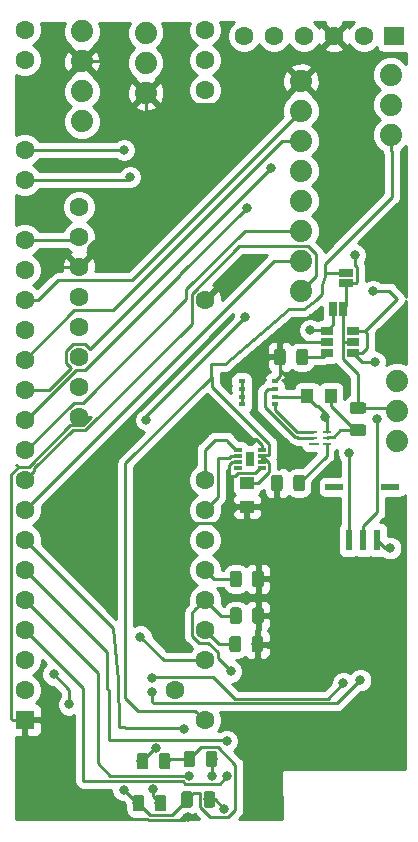
<source format=gbr>
G04 #@! TF.GenerationSoftware,KiCad,Pcbnew,(5.0.1)-rc2*
G04 #@! TF.CreationDate,2019-01-10T23:34:48-07:00*
G04 #@! TF.ProjectId,GPSLogger,4750534C6F676765722E6B696361645F,rev?*
G04 #@! TF.SameCoordinates,Original*
G04 #@! TF.FileFunction,Copper,L2,Bot,Signal*
G04 #@! TF.FilePolarity,Positive*
%FSLAX46Y46*%
G04 Gerber Fmt 4.6, Leading zero omitted, Abs format (unit mm)*
G04 Created by KiCad (PCBNEW (5.0.1)-rc2) date 1/10/2019 11:34:48 PM*
%MOMM*%
%LPD*%
G01*
G04 APERTURE LIST*
G04 #@! TA.AperFunction,Conductor*
%ADD10C,0.100000*%
G04 #@! TD*
G04 #@! TA.AperFunction,SMDPad,CuDef*
%ADD11C,0.975000*%
G04 #@! TD*
G04 #@! TA.AperFunction,ComponentPad*
%ADD12C,1.600000*%
G04 #@! TD*
G04 #@! TA.AperFunction,ComponentPad*
%ADD13R,1.600000X1.600000*%
G04 #@! TD*
G04 #@! TA.AperFunction,SMDPad,CuDef*
%ADD14R,1.250000X1.000000*%
G04 #@! TD*
G04 #@! TA.AperFunction,SMDPad,CuDef*
%ADD15R,1.000000X1.250000*%
G04 #@! TD*
G04 #@! TA.AperFunction,ComponentPad*
%ADD16C,1.879600*%
G04 #@! TD*
G04 #@! TA.AperFunction,SMDPad,CuDef*
%ADD17R,0.635000X1.270000*%
G04 #@! TD*
G04 #@! TA.AperFunction,SMDPad,CuDef*
%ADD18R,1.270000X0.635000*%
G04 #@! TD*
G04 #@! TA.AperFunction,ComponentPad*
%ADD19R,1.700000X1.600000*%
G04 #@! TD*
G04 #@! TA.AperFunction,SMDPad,CuDef*
%ADD20R,0.600000X1.800000*%
G04 #@! TD*
G04 #@! TA.AperFunction,SMDPad,CuDef*
%ADD21R,1.524000X0.600000*%
G04 #@! TD*
G04 #@! TA.AperFunction,SMDPad,CuDef*
%ADD22R,1.060000X0.650000*%
G04 #@! TD*
G04 #@! TA.AperFunction,SMDPad,CuDef*
%ADD23R,0.600000X0.400000*%
G04 #@! TD*
G04 #@! TA.AperFunction,SMDPad,CuDef*
%ADD24R,0.850000X0.280000*%
G04 #@! TD*
G04 #@! TA.AperFunction,SMDPad,CuDef*
%ADD25R,0.750000X0.280000*%
G04 #@! TD*
G04 #@! TA.AperFunction,SMDPad,CuDef*
%ADD26R,0.700000X0.300000*%
G04 #@! TD*
G04 #@! TA.AperFunction,SMDPad,CuDef*
%ADD27R,0.800000X1.200000*%
G04 #@! TD*
G04 #@! TA.AperFunction,ViaPad*
%ADD28C,0.800000*%
G04 #@! TD*
G04 #@! TA.AperFunction,Conductor*
%ADD29C,0.250000*%
G04 #@! TD*
G04 #@! TA.AperFunction,Conductor*
%ADD30C,0.254000*%
G04 #@! TD*
G04 APERTURE END LIST*
D10*
G04 #@! TO.N,Net-(J5-Pad2)*
G04 #@! TO.C,R4*
G36*
X144237142Y-89217174D02*
X144260803Y-89220684D01*
X144284007Y-89226496D01*
X144306529Y-89234554D01*
X144328153Y-89244782D01*
X144348670Y-89257079D01*
X144367883Y-89271329D01*
X144385607Y-89287393D01*
X144401671Y-89305117D01*
X144415921Y-89324330D01*
X144428218Y-89344847D01*
X144438446Y-89366471D01*
X144446504Y-89388993D01*
X144452316Y-89412197D01*
X144455826Y-89435858D01*
X144457000Y-89459750D01*
X144457000Y-90372250D01*
X144455826Y-90396142D01*
X144452316Y-90419803D01*
X144446504Y-90443007D01*
X144438446Y-90465529D01*
X144428218Y-90487153D01*
X144415921Y-90507670D01*
X144401671Y-90526883D01*
X144385607Y-90544607D01*
X144367883Y-90560671D01*
X144348670Y-90574921D01*
X144328153Y-90587218D01*
X144306529Y-90597446D01*
X144284007Y-90605504D01*
X144260803Y-90611316D01*
X144237142Y-90614826D01*
X144213250Y-90616000D01*
X143725750Y-90616000D01*
X143701858Y-90614826D01*
X143678197Y-90611316D01*
X143654993Y-90605504D01*
X143632471Y-90597446D01*
X143610847Y-90587218D01*
X143590330Y-90574921D01*
X143571117Y-90560671D01*
X143553393Y-90544607D01*
X143537329Y-90526883D01*
X143523079Y-90507670D01*
X143510782Y-90487153D01*
X143500554Y-90465529D01*
X143492496Y-90443007D01*
X143486684Y-90419803D01*
X143483174Y-90396142D01*
X143482000Y-90372250D01*
X143482000Y-89459750D01*
X143483174Y-89435858D01*
X143486684Y-89412197D01*
X143492496Y-89388993D01*
X143500554Y-89366471D01*
X143510782Y-89344847D01*
X143523079Y-89324330D01*
X143537329Y-89305117D01*
X143553393Y-89287393D01*
X143571117Y-89271329D01*
X143590330Y-89257079D01*
X143610847Y-89244782D01*
X143632471Y-89234554D01*
X143654993Y-89226496D01*
X143678197Y-89220684D01*
X143701858Y-89217174D01*
X143725750Y-89216000D01*
X144213250Y-89216000D01*
X144237142Y-89217174D01*
X144237142Y-89217174D01*
G37*
D11*
G04 #@! TD*
G04 #@! TO.P,R4,2*
G04 #@! TO.N,Net-(J5-Pad2)*
X143969500Y-89916000D03*
D10*
G04 #@! TO.N,Net-(D3-Pad1)*
G04 #@! TO.C,R4*
G36*
X146112142Y-89217174D02*
X146135803Y-89220684D01*
X146159007Y-89226496D01*
X146181529Y-89234554D01*
X146203153Y-89244782D01*
X146223670Y-89257079D01*
X146242883Y-89271329D01*
X146260607Y-89287393D01*
X146276671Y-89305117D01*
X146290921Y-89324330D01*
X146303218Y-89344847D01*
X146313446Y-89366471D01*
X146321504Y-89388993D01*
X146327316Y-89412197D01*
X146330826Y-89435858D01*
X146332000Y-89459750D01*
X146332000Y-90372250D01*
X146330826Y-90396142D01*
X146327316Y-90419803D01*
X146321504Y-90443007D01*
X146313446Y-90465529D01*
X146303218Y-90487153D01*
X146290921Y-90507670D01*
X146276671Y-90526883D01*
X146260607Y-90544607D01*
X146242883Y-90560671D01*
X146223670Y-90574921D01*
X146203153Y-90587218D01*
X146181529Y-90597446D01*
X146159007Y-90605504D01*
X146135803Y-90611316D01*
X146112142Y-90614826D01*
X146088250Y-90616000D01*
X145600750Y-90616000D01*
X145576858Y-90614826D01*
X145553197Y-90611316D01*
X145529993Y-90605504D01*
X145507471Y-90597446D01*
X145485847Y-90587218D01*
X145465330Y-90574921D01*
X145446117Y-90560671D01*
X145428393Y-90544607D01*
X145412329Y-90526883D01*
X145398079Y-90507670D01*
X145385782Y-90487153D01*
X145375554Y-90465529D01*
X145367496Y-90443007D01*
X145361684Y-90419803D01*
X145358174Y-90396142D01*
X145357000Y-90372250D01*
X145357000Y-89459750D01*
X145358174Y-89435858D01*
X145361684Y-89412197D01*
X145367496Y-89388993D01*
X145375554Y-89366471D01*
X145385782Y-89344847D01*
X145398079Y-89324330D01*
X145412329Y-89305117D01*
X145428393Y-89287393D01*
X145446117Y-89271329D01*
X145465330Y-89257079D01*
X145485847Y-89244782D01*
X145507471Y-89234554D01*
X145529993Y-89226496D01*
X145553197Y-89220684D01*
X145576858Y-89217174D01*
X145600750Y-89216000D01*
X146088250Y-89216000D01*
X146112142Y-89217174D01*
X146112142Y-89217174D01*
G37*
D11*
G04 #@! TD*
G04 #@! TO.P,R4,1*
G04 #@! TO.N,Net-(D3-Pad1)*
X145844500Y-89916000D03*
D12*
G04 #@! TO.P,U2,20*
G04 #@! TO.N,GPS_Pwr_En_P28*
X130048000Y-38354000D03*
G04 #@! TO.P,U2,54*
G04 #@! TO.N,USBPwr*
X142748000Y-84074000D03*
G04 #@! TO.P,U2,53*
G04 #@! TO.N,BattPwr*
X145288000Y-86614000D03*
G04 #@! TO.P,U2,51*
G04 #@! TO.N,+3V3*
X145288000Y-81534000D03*
G04 #@! TO.P,U2,50*
G04 #@! TO.N,Fun_Btn_1_P23*
X145288000Y-78994000D03*
G04 #@! TO.P,U2,49*
G04 #@! TO.N,Fun_Btn_2_P22*
X145288000Y-76454000D03*
G04 #@! TO.P,U2,48*
G04 #@! TO.N,Fun_Btn_3_P21*
X145288000Y-73914000D03*
G04 #@! TO.P,U2,47*
G04 #@! TO.N,/Screen_CS_P20*
X145288000Y-71374000D03*
G04 #@! TO.P,U2,46*
G04 #@! TO.N,SCL*
X145288000Y-68834000D03*
G04 #@! TO.P,U2,45*
G04 #@! TO.N,SDA*
X145288000Y-66294000D03*
G04 #@! TO.P,U2,39*
G04 #@! TO.N,BattRtn*
X145288000Y-51054000D03*
D13*
G04 #@! TO.P,U2,1*
X130048000Y-86614000D03*
D12*
G04 #@! TO.P,U2,2*
G04 #@! TO.N,/GPS_Tx_RX1_P0*
X130048000Y-84074000D03*
G04 #@! TO.P,U2,3*
G04 #@! TO.N,/GPS_Rx_TX1_P1*
X130048000Y-81534000D03*
G04 #@! TO.P,U2,4*
G04 #@! TO.N,LED1_P2*
X130048000Y-78994000D03*
G04 #@! TO.P,U2,5*
G04 #@! TO.N,LED2_P3*
X130048000Y-76454000D03*
G04 #@! TO.P,U2,6*
G04 #@! TO.N,LED3_P4*
X130048000Y-73914000D03*
G04 #@! TO.P,U2,7*
G04 #@! TO.N,LED4_P5*
X130048000Y-71374000D03*
G04 #@! TO.P,U2,8*
G04 #@! TO.N,/Screen_RST_P6*
X130048000Y-68834000D03*
G04 #@! TO.P,U2,9*
G04 #@! TO.N,/Screen_BUSY_P7*
X130048000Y-66294000D03*
G04 #@! TO.P,U2,10*
G04 #@! TO.N,/Screen_DC_P8*
X130048000Y-63754000D03*
G04 #@! TO.P,U2,11*
G04 #@! TO.N,/BLE_Tx_RX2_P9*
X130048000Y-61214000D03*
G04 #@! TO.P,U2,12*
G04 #@! TO.N,/BLE_Rx_TX2_P10*
X130048000Y-58674000D03*
G04 #@! TO.P,U2,13*
G04 #@! TO.N,/Screen_DIN_P11*
X130048000Y-56134000D03*
G04 #@! TO.P,U2,32*
G04 #@! TO.N,N/C*
X145288000Y-33274000D03*
G04 #@! TO.P,U2,31*
G04 #@! TO.N,/Debug_Tx_RX5_P34*
X145288000Y-30734000D03*
G04 #@! TO.P,U2,30*
G04 #@! TO.N,/Debug_Rx_TX5_P33*
X145288000Y-28194000D03*
G04 #@! TO.P,U2,24*
G04 #@! TO.N,N/C*
X130048000Y-28194000D03*
G04 #@! TO.P,U2,23*
X130048000Y-30734000D03*
G04 #@! TO.P,U2,14*
X130048000Y-53594000D03*
G04 #@! TO.P,U2,15*
G04 #@! TO.N,+3V3*
X130048000Y-51054000D03*
G04 #@! TO.P,U2,16*
G04 #@! TO.N,N/C*
X130048000Y-48514000D03*
G04 #@! TO.P,U2,19*
G04 #@! TO.N,/Screen_SCK_P27*
X130048000Y-40894000D03*
G04 #@! TO.P,U2,17*
G04 #@! TO.N,/Sensor_PWR_P25*
X130048000Y-45974000D03*
G04 #@! TD*
D14*
G04 #@! TO.P,C4,2*
G04 #@! TO.N,BattRtn*
X148844000Y-68548000D03*
G04 #@! TO.P,C4,1*
G04 #@! TO.N,BattPwr*
X148844000Y-66548000D03*
G04 #@! TD*
D15*
G04 #@! TO.P,C6,1*
G04 #@! TO.N,Net-(C6-Pad1)*
X155956000Y-59182000D03*
G04 #@! TO.P,C6,2*
G04 #@! TO.N,Net-(C6-Pad2)*
X153956000Y-59182000D03*
G04 #@! TD*
D16*
G04 #@! TO.P,J1,1*
G04 #@! TO.N,BattRtn*
X140271500Y-33528000D03*
G04 #@! TO.P,J1,2*
G04 #@! TO.N,/Debug_Tx_RX5_P34*
X140271500Y-30988000D03*
G04 #@! TO.P,J1,3*
G04 #@! TO.N,/Debug_Rx_TX5_P33*
X140271500Y-28448000D03*
G04 #@! TD*
G04 #@! TO.P,J3,3*
G04 #@! TO.N,N/C*
X161036000Y-32004000D03*
G04 #@! TO.P,J3,2*
G04 #@! TO.N,/BLE_Pwr*
X161036000Y-34544000D03*
G04 #@! TO.P,J3,1*
G04 #@! TO.N,BattPwr*
X161036000Y-37084000D03*
G04 #@! TD*
G04 #@! TO.P,J4,8*
G04 #@! TO.N,/Screen_BUSY_P7*
X153416000Y-50292000D03*
G04 #@! TO.P,J4,7*
G04 #@! TO.N,/Screen_RST_P6*
X153416000Y-47752000D03*
G04 #@! TO.P,J4,6*
G04 #@! TO.N,/Screen_DC_P8*
X153416000Y-45212000D03*
G04 #@! TO.P,J4,5*
G04 #@! TO.N,/Screen_CS_P20*
X153416000Y-42672000D03*
G04 #@! TO.P,J4,4*
G04 #@! TO.N,/Screen_SCK_P27*
X153416000Y-40132000D03*
G04 #@! TO.P,J4,3*
G04 #@! TO.N,/Screen_DIN_P11*
X153416000Y-37592000D03*
G04 #@! TO.P,J4,2*
G04 #@! TO.N,+3V3*
X153416000Y-35052000D03*
G04 #@! TO.P,J4,1*
G04 #@! TO.N,BattRtn*
X153416000Y-32512000D03*
G04 #@! TD*
G04 #@! TO.P,J9,1*
G04 #@! TO.N,Net-(J10-Pad3)*
X161544000Y-62992000D03*
G04 #@! TO.P,J9,2*
G04 #@! TO.N,Net-(J9-Pad2)*
X161544000Y-60452000D03*
G04 #@! TO.P,J9,3*
G04 #@! TO.N,N/C*
X161544000Y-57912000D03*
G04 #@! TD*
D17*
G04 #@! TO.P,JP1,1*
G04 #@! TO.N,USBPwr*
X156159200Y-51816000D03*
G04 #@! TO.P,JP1,2*
G04 #@! TO.N,Net-(J9-Pad2)*
X156972000Y-51816000D03*
G04 #@! TD*
D18*
G04 #@! TO.P,JP2,1*
G04 #@! TO.N,BattPwr*
X157226000Y-48768000D03*
G04 #@! TO.P,JP2,2*
G04 #@! TO.N,Net-(J9-Pad2)*
X157226000Y-49580800D03*
G04 #@! TD*
D16*
G04 #@! TO.P,U4,1*
G04 #@! TO.N,/Sensor_PWR_P25*
X134874000Y-28321000D03*
G04 #@! TO.P,U4,2*
G04 #@! TO.N,BattRtn*
X134874000Y-30861000D03*
G04 #@! TO.P,U4,3*
G04 #@! TO.N,SCL*
X134874000Y-33401000D03*
G04 #@! TO.P,U4,4*
G04 #@! TO.N,SDA*
X134874000Y-35941000D03*
G04 #@! TD*
D12*
G04 #@! TO.P,U3,1*
G04 #@! TO.N,N/C*
X134620000Y-43180000D03*
G04 #@! TO.P,U3,2*
G04 #@! TO.N,/Sensor_PWR_P25*
X134620000Y-45720000D03*
G04 #@! TO.P,U3,3*
G04 #@! TO.N,BattRtn*
X134620000Y-48260000D03*
G04 #@! TO.P,U3,4*
G04 #@! TO.N,SCL*
X134620000Y-50800000D03*
G04 #@! TO.P,U3,5*
G04 #@! TO.N,SDA*
X134620000Y-53340000D03*
G04 #@! TO.P,U3,6*
G04 #@! TO.N,BattRtn*
X134620000Y-55880000D03*
G04 #@! TO.P,U3,7*
G04 #@! TO.N,N/C*
X134620000Y-58420000D03*
G04 #@! TO.P,U3,8*
G04 #@! TO.N,BattRtn*
X134620000Y-60960000D03*
G04 #@! TD*
G04 #@! TO.P,J2,6*
G04 #@! TO.N,N/C*
X148590000Y-28702000D03*
G04 #@! TO.P,J2,5*
G04 #@! TO.N,/BLE_Rx_TX2_P10*
X151130000Y-28702000D03*
G04 #@! TO.P,J2,4*
G04 #@! TO.N,/BLE_Tx_RX2_P9*
X153670000Y-28702000D03*
D19*
G04 #@! TO.P,J2,1*
G04 #@! TO.N,N/C*
X161290000Y-28702000D03*
D12*
G04 #@! TO.P,J2,2*
G04 #@! TO.N,/BLE_Pwr*
X158750000Y-28702000D03*
G04 #@! TO.P,J2,3*
G04 #@! TO.N,BattRtn*
X156210000Y-28702000D03*
G04 #@! TD*
D20*
G04 #@! TO.P,J10,1*
G04 #@! TO.N,Net-(C6-Pad2)*
X157480000Y-71378000D03*
D21*
G04 #@! TO.P,J10,~*
G04 #@! TO.N,N/C*
X156230000Y-66878000D03*
X160980000Y-66878000D03*
D20*
G04 #@! TO.P,J10,2*
G04 #@! TO.N,/BatteryManagement/NTC*
X158680000Y-71378000D03*
G04 #@! TO.P,J10,3*
G04 #@! TO.N,Net-(J10-Pad3)*
X159880000Y-71378000D03*
G04 #@! TD*
D22*
G04 #@! TO.P,U6,1*
G04 #@! TO.N,/BatteryManagement/NTC*
X157818000Y-53660000D03*
G04 #@! TO.P,U6,2*
G04 #@! TO.N,Net-(J9-Pad2)*
X157818000Y-54610000D03*
G04 #@! TO.P,U6,3*
G04 #@! TO.N,/BatteryManagement/NTC*
X157818000Y-55560000D03*
G04 #@! TO.P,U6,4*
G04 #@! TO.N,Net-(R9-Pad2)*
X155618000Y-55560000D03*
G04 #@! TO.P,U6,6*
G04 #@! TO.N,USBPwr*
X155618000Y-53660000D03*
G04 #@! TO.P,U6,5*
G04 #@! TO.N,BattRtn*
X155618000Y-54610000D03*
G04 #@! TD*
D23*
G04 #@! TO.P,U8,1*
G04 #@! TO.N,BattRtn*
X151196500Y-57953000D03*
G04 #@! TO.P,U8,2*
G04 #@! TO.N,Net-(U8-Pad2)*
X151196500Y-58603000D03*
G04 #@! TO.P,U8,3*
G04 #@! TO.N,Net-(C6-Pad2)*
X151196500Y-59253000D03*
G04 #@! TO.P,U8,4*
G04 #@! TO.N,Net-(U8-Pad4)*
X151196500Y-59903000D03*
G04 #@! TO.P,U8,5*
G04 #@! TO.N,Net-(U8-Pad5)*
X148396500Y-59903000D03*
G04 #@! TO.P,U8,6*
X148396500Y-59253000D03*
G04 #@! TO.P,U8,7*
X148396500Y-58603000D03*
G04 #@! TO.P,U8,8*
X148396500Y-57953000D03*
G04 #@! TD*
D24*
G04 #@! TO.P,U9,1*
G04 #@! TO.N,N/C*
X154482000Y-63238000D03*
D25*
G04 #@! TO.P,U9,2*
G04 #@! TO.N,Net-(U8-Pad2)*
X154432000Y-62738000D03*
G04 #@! TO.P,U9,3*
G04 #@! TO.N,Net-(U8-Pad4)*
X154432000Y-62238000D03*
G04 #@! TO.P,U9,4*
G04 #@! TO.N,Net-(C6-Pad2)*
X155582000Y-62238000D03*
G04 #@! TO.P,U9,5*
G04 #@! TO.N,Net-(C6-Pad1)*
X155582000Y-62738000D03*
G04 #@! TO.P,U9,6*
G04 #@! TO.N,Net-(R12-Pad1)*
X155582000Y-63238000D03*
G04 #@! TD*
D10*
G04 #@! TO.N,Net-(J9-Pad2)*
G04 #@! TO.C,R14*
G36*
X158722142Y-59711674D02*
X158745803Y-59715184D01*
X158769007Y-59720996D01*
X158791529Y-59729054D01*
X158813153Y-59739282D01*
X158833670Y-59751579D01*
X158852883Y-59765829D01*
X158870607Y-59781893D01*
X158886671Y-59799617D01*
X158900921Y-59818830D01*
X158913218Y-59839347D01*
X158923446Y-59860971D01*
X158931504Y-59883493D01*
X158937316Y-59906697D01*
X158940826Y-59930358D01*
X158942000Y-59954250D01*
X158942000Y-60441750D01*
X158940826Y-60465642D01*
X158937316Y-60489303D01*
X158931504Y-60512507D01*
X158923446Y-60535029D01*
X158913218Y-60556653D01*
X158900921Y-60577170D01*
X158886671Y-60596383D01*
X158870607Y-60614107D01*
X158852883Y-60630171D01*
X158833670Y-60644421D01*
X158813153Y-60656718D01*
X158791529Y-60666946D01*
X158769007Y-60675004D01*
X158745803Y-60680816D01*
X158722142Y-60684326D01*
X158698250Y-60685500D01*
X157785750Y-60685500D01*
X157761858Y-60684326D01*
X157738197Y-60680816D01*
X157714993Y-60675004D01*
X157692471Y-60666946D01*
X157670847Y-60656718D01*
X157650330Y-60644421D01*
X157631117Y-60630171D01*
X157613393Y-60614107D01*
X157597329Y-60596383D01*
X157583079Y-60577170D01*
X157570782Y-60556653D01*
X157560554Y-60535029D01*
X157552496Y-60512507D01*
X157546684Y-60489303D01*
X157543174Y-60465642D01*
X157542000Y-60441750D01*
X157542000Y-59954250D01*
X157543174Y-59930358D01*
X157546684Y-59906697D01*
X157552496Y-59883493D01*
X157560554Y-59860971D01*
X157570782Y-59839347D01*
X157583079Y-59818830D01*
X157597329Y-59799617D01*
X157613393Y-59781893D01*
X157631117Y-59765829D01*
X157650330Y-59751579D01*
X157670847Y-59739282D01*
X157692471Y-59729054D01*
X157714993Y-59720996D01*
X157738197Y-59715184D01*
X157761858Y-59711674D01*
X157785750Y-59710500D01*
X158698250Y-59710500D01*
X158722142Y-59711674D01*
X158722142Y-59711674D01*
G37*
D11*
G04 #@! TD*
G04 #@! TO.P,R14,1*
G04 #@! TO.N,Net-(J9-Pad2)*
X158242000Y-60198000D03*
D10*
G04 #@! TO.N,Net-(C6-Pad1)*
G04 #@! TO.C,R14*
G36*
X158722142Y-61586674D02*
X158745803Y-61590184D01*
X158769007Y-61595996D01*
X158791529Y-61604054D01*
X158813153Y-61614282D01*
X158833670Y-61626579D01*
X158852883Y-61640829D01*
X158870607Y-61656893D01*
X158886671Y-61674617D01*
X158900921Y-61693830D01*
X158913218Y-61714347D01*
X158923446Y-61735971D01*
X158931504Y-61758493D01*
X158937316Y-61781697D01*
X158940826Y-61805358D01*
X158942000Y-61829250D01*
X158942000Y-62316750D01*
X158940826Y-62340642D01*
X158937316Y-62364303D01*
X158931504Y-62387507D01*
X158923446Y-62410029D01*
X158913218Y-62431653D01*
X158900921Y-62452170D01*
X158886671Y-62471383D01*
X158870607Y-62489107D01*
X158852883Y-62505171D01*
X158833670Y-62519421D01*
X158813153Y-62531718D01*
X158791529Y-62541946D01*
X158769007Y-62550004D01*
X158745803Y-62555816D01*
X158722142Y-62559326D01*
X158698250Y-62560500D01*
X157785750Y-62560500D01*
X157761858Y-62559326D01*
X157738197Y-62555816D01*
X157714993Y-62550004D01*
X157692471Y-62541946D01*
X157670847Y-62531718D01*
X157650330Y-62519421D01*
X157631117Y-62505171D01*
X157613393Y-62489107D01*
X157597329Y-62471383D01*
X157583079Y-62452170D01*
X157570782Y-62431653D01*
X157560554Y-62410029D01*
X157552496Y-62387507D01*
X157546684Y-62364303D01*
X157543174Y-62340642D01*
X157542000Y-62316750D01*
X157542000Y-61829250D01*
X157543174Y-61805358D01*
X157546684Y-61781697D01*
X157552496Y-61758493D01*
X157560554Y-61735971D01*
X157570782Y-61714347D01*
X157583079Y-61693830D01*
X157597329Y-61674617D01*
X157613393Y-61656893D01*
X157631117Y-61640829D01*
X157650330Y-61626579D01*
X157670847Y-61614282D01*
X157692471Y-61604054D01*
X157714993Y-61595996D01*
X157738197Y-61590184D01*
X157761858Y-61586674D01*
X157785750Y-61585500D01*
X158698250Y-61585500D01*
X158722142Y-61586674D01*
X158722142Y-61586674D01*
G37*
D11*
G04 #@! TD*
G04 #@! TO.P,R14,2*
G04 #@! TO.N,Net-(C6-Pad1)*
X158242000Y-62073000D03*
D10*
G04 #@! TO.N,Net-(J5-Pad2)*
G04 #@! TO.C,R2*
G36*
X144046642Y-92646174D02*
X144070303Y-92649684D01*
X144093507Y-92655496D01*
X144116029Y-92663554D01*
X144137653Y-92673782D01*
X144158170Y-92686079D01*
X144177383Y-92700329D01*
X144195107Y-92716393D01*
X144211171Y-92734117D01*
X144225421Y-92753330D01*
X144237718Y-92773847D01*
X144247946Y-92795471D01*
X144256004Y-92817993D01*
X144261816Y-92841197D01*
X144265326Y-92864858D01*
X144266500Y-92888750D01*
X144266500Y-93801250D01*
X144265326Y-93825142D01*
X144261816Y-93848803D01*
X144256004Y-93872007D01*
X144247946Y-93894529D01*
X144237718Y-93916153D01*
X144225421Y-93936670D01*
X144211171Y-93955883D01*
X144195107Y-93973607D01*
X144177383Y-93989671D01*
X144158170Y-94003921D01*
X144137653Y-94016218D01*
X144116029Y-94026446D01*
X144093507Y-94034504D01*
X144070303Y-94040316D01*
X144046642Y-94043826D01*
X144022750Y-94045000D01*
X143535250Y-94045000D01*
X143511358Y-94043826D01*
X143487697Y-94040316D01*
X143464493Y-94034504D01*
X143441971Y-94026446D01*
X143420347Y-94016218D01*
X143399830Y-94003921D01*
X143380617Y-93989671D01*
X143362893Y-93973607D01*
X143346829Y-93955883D01*
X143332579Y-93936670D01*
X143320282Y-93916153D01*
X143310054Y-93894529D01*
X143301996Y-93872007D01*
X143296184Y-93848803D01*
X143292674Y-93825142D01*
X143291500Y-93801250D01*
X143291500Y-92888750D01*
X143292674Y-92864858D01*
X143296184Y-92841197D01*
X143301996Y-92817993D01*
X143310054Y-92795471D01*
X143320282Y-92773847D01*
X143332579Y-92753330D01*
X143346829Y-92734117D01*
X143362893Y-92716393D01*
X143380617Y-92700329D01*
X143399830Y-92686079D01*
X143420347Y-92673782D01*
X143441971Y-92663554D01*
X143464493Y-92655496D01*
X143487697Y-92649684D01*
X143511358Y-92646174D01*
X143535250Y-92645000D01*
X144022750Y-92645000D01*
X144046642Y-92646174D01*
X144046642Y-92646174D01*
G37*
D11*
G04 #@! TD*
G04 #@! TO.P,R2,2*
G04 #@! TO.N,Net-(J5-Pad2)*
X143779000Y-93345000D03*
D10*
G04 #@! TO.N,Net-(D1-Pad1)*
G04 #@! TO.C,R2*
G36*
X145921642Y-92646174D02*
X145945303Y-92649684D01*
X145968507Y-92655496D01*
X145991029Y-92663554D01*
X146012653Y-92673782D01*
X146033170Y-92686079D01*
X146052383Y-92700329D01*
X146070107Y-92716393D01*
X146086171Y-92734117D01*
X146100421Y-92753330D01*
X146112718Y-92773847D01*
X146122946Y-92795471D01*
X146131004Y-92817993D01*
X146136816Y-92841197D01*
X146140326Y-92864858D01*
X146141500Y-92888750D01*
X146141500Y-93801250D01*
X146140326Y-93825142D01*
X146136816Y-93848803D01*
X146131004Y-93872007D01*
X146122946Y-93894529D01*
X146112718Y-93916153D01*
X146100421Y-93936670D01*
X146086171Y-93955883D01*
X146070107Y-93973607D01*
X146052383Y-93989671D01*
X146033170Y-94003921D01*
X146012653Y-94016218D01*
X145991029Y-94026446D01*
X145968507Y-94034504D01*
X145945303Y-94040316D01*
X145921642Y-94043826D01*
X145897750Y-94045000D01*
X145410250Y-94045000D01*
X145386358Y-94043826D01*
X145362697Y-94040316D01*
X145339493Y-94034504D01*
X145316971Y-94026446D01*
X145295347Y-94016218D01*
X145274830Y-94003921D01*
X145255617Y-93989671D01*
X145237893Y-93973607D01*
X145221829Y-93955883D01*
X145207579Y-93936670D01*
X145195282Y-93916153D01*
X145185054Y-93894529D01*
X145176996Y-93872007D01*
X145171184Y-93848803D01*
X145167674Y-93825142D01*
X145166500Y-93801250D01*
X145166500Y-92888750D01*
X145167674Y-92864858D01*
X145171184Y-92841197D01*
X145176996Y-92817993D01*
X145185054Y-92795471D01*
X145195282Y-92773847D01*
X145207579Y-92753330D01*
X145221829Y-92734117D01*
X145237893Y-92716393D01*
X145255617Y-92700329D01*
X145274830Y-92686079D01*
X145295347Y-92673782D01*
X145316971Y-92663554D01*
X145339493Y-92655496D01*
X145362697Y-92649684D01*
X145386358Y-92646174D01*
X145410250Y-92645000D01*
X145897750Y-92645000D01*
X145921642Y-92646174D01*
X145921642Y-92646174D01*
G37*
D11*
G04 #@! TD*
G04 #@! TO.P,R2,1*
G04 #@! TO.N,Net-(D1-Pad1)*
X145654000Y-93345000D03*
D10*
G04 #@! TO.N,Net-(D2-Pad1)*
G04 #@! TO.C,R3*
G36*
X141791642Y-92963674D02*
X141815303Y-92967184D01*
X141838507Y-92972996D01*
X141861029Y-92981054D01*
X141882653Y-92991282D01*
X141903170Y-93003579D01*
X141922383Y-93017829D01*
X141940107Y-93033893D01*
X141956171Y-93051617D01*
X141970421Y-93070830D01*
X141982718Y-93091347D01*
X141992946Y-93112971D01*
X142001004Y-93135493D01*
X142006816Y-93158697D01*
X142010326Y-93182358D01*
X142011500Y-93206250D01*
X142011500Y-94118750D01*
X142010326Y-94142642D01*
X142006816Y-94166303D01*
X142001004Y-94189507D01*
X141992946Y-94212029D01*
X141982718Y-94233653D01*
X141970421Y-94254170D01*
X141956171Y-94273383D01*
X141940107Y-94291107D01*
X141922383Y-94307171D01*
X141903170Y-94321421D01*
X141882653Y-94333718D01*
X141861029Y-94343946D01*
X141838507Y-94352004D01*
X141815303Y-94357816D01*
X141791642Y-94361326D01*
X141767750Y-94362500D01*
X141280250Y-94362500D01*
X141256358Y-94361326D01*
X141232697Y-94357816D01*
X141209493Y-94352004D01*
X141186971Y-94343946D01*
X141165347Y-94333718D01*
X141144830Y-94321421D01*
X141125617Y-94307171D01*
X141107893Y-94291107D01*
X141091829Y-94273383D01*
X141077579Y-94254170D01*
X141065282Y-94233653D01*
X141055054Y-94212029D01*
X141046996Y-94189507D01*
X141041184Y-94166303D01*
X141037674Y-94142642D01*
X141036500Y-94118750D01*
X141036500Y-93206250D01*
X141037674Y-93182358D01*
X141041184Y-93158697D01*
X141046996Y-93135493D01*
X141055054Y-93112971D01*
X141065282Y-93091347D01*
X141077579Y-93070830D01*
X141091829Y-93051617D01*
X141107893Y-93033893D01*
X141125617Y-93017829D01*
X141144830Y-93003579D01*
X141165347Y-92991282D01*
X141186971Y-92981054D01*
X141209493Y-92972996D01*
X141232697Y-92967184D01*
X141256358Y-92963674D01*
X141280250Y-92962500D01*
X141767750Y-92962500D01*
X141791642Y-92963674D01*
X141791642Y-92963674D01*
G37*
D11*
G04 #@! TD*
G04 #@! TO.P,R3,1*
G04 #@! TO.N,Net-(D2-Pad1)*
X141524000Y-93662500D03*
D10*
G04 #@! TO.N,Net-(J5-Pad2)*
G04 #@! TO.C,R3*
G36*
X139916642Y-92963674D02*
X139940303Y-92967184D01*
X139963507Y-92972996D01*
X139986029Y-92981054D01*
X140007653Y-92991282D01*
X140028170Y-93003579D01*
X140047383Y-93017829D01*
X140065107Y-93033893D01*
X140081171Y-93051617D01*
X140095421Y-93070830D01*
X140107718Y-93091347D01*
X140117946Y-93112971D01*
X140126004Y-93135493D01*
X140131816Y-93158697D01*
X140135326Y-93182358D01*
X140136500Y-93206250D01*
X140136500Y-94118750D01*
X140135326Y-94142642D01*
X140131816Y-94166303D01*
X140126004Y-94189507D01*
X140117946Y-94212029D01*
X140107718Y-94233653D01*
X140095421Y-94254170D01*
X140081171Y-94273383D01*
X140065107Y-94291107D01*
X140047383Y-94307171D01*
X140028170Y-94321421D01*
X140007653Y-94333718D01*
X139986029Y-94343946D01*
X139963507Y-94352004D01*
X139940303Y-94357816D01*
X139916642Y-94361326D01*
X139892750Y-94362500D01*
X139405250Y-94362500D01*
X139381358Y-94361326D01*
X139357697Y-94357816D01*
X139334493Y-94352004D01*
X139311971Y-94343946D01*
X139290347Y-94333718D01*
X139269830Y-94321421D01*
X139250617Y-94307171D01*
X139232893Y-94291107D01*
X139216829Y-94273383D01*
X139202579Y-94254170D01*
X139190282Y-94233653D01*
X139180054Y-94212029D01*
X139171996Y-94189507D01*
X139166184Y-94166303D01*
X139162674Y-94142642D01*
X139161500Y-94118750D01*
X139161500Y-93206250D01*
X139162674Y-93182358D01*
X139166184Y-93158697D01*
X139171996Y-93135493D01*
X139180054Y-93112971D01*
X139190282Y-93091347D01*
X139202579Y-93070830D01*
X139216829Y-93051617D01*
X139232893Y-93033893D01*
X139250617Y-93017829D01*
X139269830Y-93003579D01*
X139290347Y-92991282D01*
X139311971Y-92981054D01*
X139334493Y-92972996D01*
X139357697Y-92967184D01*
X139381358Y-92963674D01*
X139405250Y-92962500D01*
X139892750Y-92962500D01*
X139916642Y-92963674D01*
X139916642Y-92963674D01*
G37*
D11*
G04 #@! TD*
G04 #@! TO.P,R3,2*
G04 #@! TO.N,Net-(J5-Pad2)*
X139649000Y-93662500D03*
D10*
G04 #@! TO.N,Net-(D4-Pad1)*
G04 #@! TO.C,R5*
G36*
X140267642Y-89401174D02*
X140291303Y-89404684D01*
X140314507Y-89410496D01*
X140337029Y-89418554D01*
X140358653Y-89428782D01*
X140379170Y-89441079D01*
X140398383Y-89455329D01*
X140416107Y-89471393D01*
X140432171Y-89489117D01*
X140446421Y-89508330D01*
X140458718Y-89528847D01*
X140468946Y-89550471D01*
X140477004Y-89572993D01*
X140482816Y-89596197D01*
X140486326Y-89619858D01*
X140487500Y-89643750D01*
X140487500Y-90556250D01*
X140486326Y-90580142D01*
X140482816Y-90603803D01*
X140477004Y-90627007D01*
X140468946Y-90649529D01*
X140458718Y-90671153D01*
X140446421Y-90691670D01*
X140432171Y-90710883D01*
X140416107Y-90728607D01*
X140398383Y-90744671D01*
X140379170Y-90758921D01*
X140358653Y-90771218D01*
X140337029Y-90781446D01*
X140314507Y-90789504D01*
X140291303Y-90795316D01*
X140267642Y-90798826D01*
X140243750Y-90800000D01*
X139756250Y-90800000D01*
X139732358Y-90798826D01*
X139708697Y-90795316D01*
X139685493Y-90789504D01*
X139662971Y-90781446D01*
X139641347Y-90771218D01*
X139620830Y-90758921D01*
X139601617Y-90744671D01*
X139583893Y-90728607D01*
X139567829Y-90710883D01*
X139553579Y-90691670D01*
X139541282Y-90671153D01*
X139531054Y-90649529D01*
X139522996Y-90627007D01*
X139517184Y-90603803D01*
X139513674Y-90580142D01*
X139512500Y-90556250D01*
X139512500Y-89643750D01*
X139513674Y-89619858D01*
X139517184Y-89596197D01*
X139522996Y-89572993D01*
X139531054Y-89550471D01*
X139541282Y-89528847D01*
X139553579Y-89508330D01*
X139567829Y-89489117D01*
X139583893Y-89471393D01*
X139601617Y-89455329D01*
X139620830Y-89441079D01*
X139641347Y-89428782D01*
X139662971Y-89418554D01*
X139685493Y-89410496D01*
X139708697Y-89404684D01*
X139732358Y-89401174D01*
X139756250Y-89400000D01*
X140243750Y-89400000D01*
X140267642Y-89401174D01*
X140267642Y-89401174D01*
G37*
D11*
G04 #@! TD*
G04 #@! TO.P,R5,1*
G04 #@! TO.N,Net-(D4-Pad1)*
X140000000Y-90100000D03*
D10*
G04 #@! TO.N,Net-(J5-Pad2)*
G04 #@! TO.C,R5*
G36*
X142142642Y-89401174D02*
X142166303Y-89404684D01*
X142189507Y-89410496D01*
X142212029Y-89418554D01*
X142233653Y-89428782D01*
X142254170Y-89441079D01*
X142273383Y-89455329D01*
X142291107Y-89471393D01*
X142307171Y-89489117D01*
X142321421Y-89508330D01*
X142333718Y-89528847D01*
X142343946Y-89550471D01*
X142352004Y-89572993D01*
X142357816Y-89596197D01*
X142361326Y-89619858D01*
X142362500Y-89643750D01*
X142362500Y-90556250D01*
X142361326Y-90580142D01*
X142357816Y-90603803D01*
X142352004Y-90627007D01*
X142343946Y-90649529D01*
X142333718Y-90671153D01*
X142321421Y-90691670D01*
X142307171Y-90710883D01*
X142291107Y-90728607D01*
X142273383Y-90744671D01*
X142254170Y-90758921D01*
X142233653Y-90771218D01*
X142212029Y-90781446D01*
X142189507Y-90789504D01*
X142166303Y-90795316D01*
X142142642Y-90798826D01*
X142118750Y-90800000D01*
X141631250Y-90800000D01*
X141607358Y-90798826D01*
X141583697Y-90795316D01*
X141560493Y-90789504D01*
X141537971Y-90781446D01*
X141516347Y-90771218D01*
X141495830Y-90758921D01*
X141476617Y-90744671D01*
X141458893Y-90728607D01*
X141442829Y-90710883D01*
X141428579Y-90691670D01*
X141416282Y-90671153D01*
X141406054Y-90649529D01*
X141397996Y-90627007D01*
X141392184Y-90603803D01*
X141388674Y-90580142D01*
X141387500Y-90556250D01*
X141387500Y-89643750D01*
X141388674Y-89619858D01*
X141392184Y-89596197D01*
X141397996Y-89572993D01*
X141406054Y-89550471D01*
X141416282Y-89528847D01*
X141428579Y-89508330D01*
X141442829Y-89489117D01*
X141458893Y-89471393D01*
X141476617Y-89455329D01*
X141495830Y-89441079D01*
X141516347Y-89428782D01*
X141537971Y-89418554D01*
X141560493Y-89410496D01*
X141583697Y-89404684D01*
X141607358Y-89401174D01*
X141631250Y-89400000D01*
X142118750Y-89400000D01*
X142142642Y-89401174D01*
X142142642Y-89401174D01*
G37*
D11*
G04 #@! TD*
G04 #@! TO.P,R5,2*
G04 #@! TO.N,Net-(J5-Pad2)*
X141875000Y-90100000D03*
D10*
G04 #@! TO.N,Fun_Btn_1_P23*
G04 #@! TO.C,R6*
G36*
X148113142Y-79501674D02*
X148136803Y-79505184D01*
X148160007Y-79510996D01*
X148182529Y-79519054D01*
X148204153Y-79529282D01*
X148224670Y-79541579D01*
X148243883Y-79555829D01*
X148261607Y-79571893D01*
X148277671Y-79589617D01*
X148291921Y-79608830D01*
X148304218Y-79629347D01*
X148314446Y-79650971D01*
X148322504Y-79673493D01*
X148328316Y-79696697D01*
X148331826Y-79720358D01*
X148333000Y-79744250D01*
X148333000Y-80656750D01*
X148331826Y-80680642D01*
X148328316Y-80704303D01*
X148322504Y-80727507D01*
X148314446Y-80750029D01*
X148304218Y-80771653D01*
X148291921Y-80792170D01*
X148277671Y-80811383D01*
X148261607Y-80829107D01*
X148243883Y-80845171D01*
X148224670Y-80859421D01*
X148204153Y-80871718D01*
X148182529Y-80881946D01*
X148160007Y-80890004D01*
X148136803Y-80895816D01*
X148113142Y-80899326D01*
X148089250Y-80900500D01*
X147601750Y-80900500D01*
X147577858Y-80899326D01*
X147554197Y-80895816D01*
X147530993Y-80890004D01*
X147508471Y-80881946D01*
X147486847Y-80871718D01*
X147466330Y-80859421D01*
X147447117Y-80845171D01*
X147429393Y-80829107D01*
X147413329Y-80811383D01*
X147399079Y-80792170D01*
X147386782Y-80771653D01*
X147376554Y-80750029D01*
X147368496Y-80727507D01*
X147362684Y-80704303D01*
X147359174Y-80680642D01*
X147358000Y-80656750D01*
X147358000Y-79744250D01*
X147359174Y-79720358D01*
X147362684Y-79696697D01*
X147368496Y-79673493D01*
X147376554Y-79650971D01*
X147386782Y-79629347D01*
X147399079Y-79608830D01*
X147413329Y-79589617D01*
X147429393Y-79571893D01*
X147447117Y-79555829D01*
X147466330Y-79541579D01*
X147486847Y-79529282D01*
X147508471Y-79519054D01*
X147530993Y-79510996D01*
X147554197Y-79505184D01*
X147577858Y-79501674D01*
X147601750Y-79500500D01*
X148089250Y-79500500D01*
X148113142Y-79501674D01*
X148113142Y-79501674D01*
G37*
D11*
G04 #@! TD*
G04 #@! TO.P,R6,1*
G04 #@! TO.N,Fun_Btn_1_P23*
X147845500Y-80200500D03*
D10*
G04 #@! TO.N,BattRtn*
G04 #@! TO.C,R6*
G36*
X149988142Y-79501674D02*
X150011803Y-79505184D01*
X150035007Y-79510996D01*
X150057529Y-79519054D01*
X150079153Y-79529282D01*
X150099670Y-79541579D01*
X150118883Y-79555829D01*
X150136607Y-79571893D01*
X150152671Y-79589617D01*
X150166921Y-79608830D01*
X150179218Y-79629347D01*
X150189446Y-79650971D01*
X150197504Y-79673493D01*
X150203316Y-79696697D01*
X150206826Y-79720358D01*
X150208000Y-79744250D01*
X150208000Y-80656750D01*
X150206826Y-80680642D01*
X150203316Y-80704303D01*
X150197504Y-80727507D01*
X150189446Y-80750029D01*
X150179218Y-80771653D01*
X150166921Y-80792170D01*
X150152671Y-80811383D01*
X150136607Y-80829107D01*
X150118883Y-80845171D01*
X150099670Y-80859421D01*
X150079153Y-80871718D01*
X150057529Y-80881946D01*
X150035007Y-80890004D01*
X150011803Y-80895816D01*
X149988142Y-80899326D01*
X149964250Y-80900500D01*
X149476750Y-80900500D01*
X149452858Y-80899326D01*
X149429197Y-80895816D01*
X149405993Y-80890004D01*
X149383471Y-80881946D01*
X149361847Y-80871718D01*
X149341330Y-80859421D01*
X149322117Y-80845171D01*
X149304393Y-80829107D01*
X149288329Y-80811383D01*
X149274079Y-80792170D01*
X149261782Y-80771653D01*
X149251554Y-80750029D01*
X149243496Y-80727507D01*
X149237684Y-80704303D01*
X149234174Y-80680642D01*
X149233000Y-80656750D01*
X149233000Y-79744250D01*
X149234174Y-79720358D01*
X149237684Y-79696697D01*
X149243496Y-79673493D01*
X149251554Y-79650971D01*
X149261782Y-79629347D01*
X149274079Y-79608830D01*
X149288329Y-79589617D01*
X149304393Y-79571893D01*
X149322117Y-79555829D01*
X149341330Y-79541579D01*
X149361847Y-79529282D01*
X149383471Y-79519054D01*
X149405993Y-79510996D01*
X149429197Y-79505184D01*
X149452858Y-79501674D01*
X149476750Y-79500500D01*
X149964250Y-79500500D01*
X149988142Y-79501674D01*
X149988142Y-79501674D01*
G37*
D11*
G04 #@! TD*
G04 #@! TO.P,R6,2*
G04 #@! TO.N,BattRtn*
X149720500Y-80200500D03*
D10*
G04 #@! TO.N,BattRtn*
G04 #@! TO.C,R7*
G36*
X150049142Y-77088674D02*
X150072803Y-77092184D01*
X150096007Y-77097996D01*
X150118529Y-77106054D01*
X150140153Y-77116282D01*
X150160670Y-77128579D01*
X150179883Y-77142829D01*
X150197607Y-77158893D01*
X150213671Y-77176617D01*
X150227921Y-77195830D01*
X150240218Y-77216347D01*
X150250446Y-77237971D01*
X150258504Y-77260493D01*
X150264316Y-77283697D01*
X150267826Y-77307358D01*
X150269000Y-77331250D01*
X150269000Y-78243750D01*
X150267826Y-78267642D01*
X150264316Y-78291303D01*
X150258504Y-78314507D01*
X150250446Y-78337029D01*
X150240218Y-78358653D01*
X150227921Y-78379170D01*
X150213671Y-78398383D01*
X150197607Y-78416107D01*
X150179883Y-78432171D01*
X150160670Y-78446421D01*
X150140153Y-78458718D01*
X150118529Y-78468946D01*
X150096007Y-78477004D01*
X150072803Y-78482816D01*
X150049142Y-78486326D01*
X150025250Y-78487500D01*
X149537750Y-78487500D01*
X149513858Y-78486326D01*
X149490197Y-78482816D01*
X149466993Y-78477004D01*
X149444471Y-78468946D01*
X149422847Y-78458718D01*
X149402330Y-78446421D01*
X149383117Y-78432171D01*
X149365393Y-78416107D01*
X149349329Y-78398383D01*
X149335079Y-78379170D01*
X149322782Y-78358653D01*
X149312554Y-78337029D01*
X149304496Y-78314507D01*
X149298684Y-78291303D01*
X149295174Y-78267642D01*
X149294000Y-78243750D01*
X149294000Y-77331250D01*
X149295174Y-77307358D01*
X149298684Y-77283697D01*
X149304496Y-77260493D01*
X149312554Y-77237971D01*
X149322782Y-77216347D01*
X149335079Y-77195830D01*
X149349329Y-77176617D01*
X149365393Y-77158893D01*
X149383117Y-77142829D01*
X149402330Y-77128579D01*
X149422847Y-77116282D01*
X149444471Y-77106054D01*
X149466993Y-77097996D01*
X149490197Y-77092184D01*
X149513858Y-77088674D01*
X149537750Y-77087500D01*
X150025250Y-77087500D01*
X150049142Y-77088674D01*
X150049142Y-77088674D01*
G37*
D11*
G04 #@! TD*
G04 #@! TO.P,R7,2*
G04 #@! TO.N,BattRtn*
X149781500Y-77787500D03*
D10*
G04 #@! TO.N,Fun_Btn_2_P22*
G04 #@! TO.C,R7*
G36*
X148174142Y-77088674D02*
X148197803Y-77092184D01*
X148221007Y-77097996D01*
X148243529Y-77106054D01*
X148265153Y-77116282D01*
X148285670Y-77128579D01*
X148304883Y-77142829D01*
X148322607Y-77158893D01*
X148338671Y-77176617D01*
X148352921Y-77195830D01*
X148365218Y-77216347D01*
X148375446Y-77237971D01*
X148383504Y-77260493D01*
X148389316Y-77283697D01*
X148392826Y-77307358D01*
X148394000Y-77331250D01*
X148394000Y-78243750D01*
X148392826Y-78267642D01*
X148389316Y-78291303D01*
X148383504Y-78314507D01*
X148375446Y-78337029D01*
X148365218Y-78358653D01*
X148352921Y-78379170D01*
X148338671Y-78398383D01*
X148322607Y-78416107D01*
X148304883Y-78432171D01*
X148285670Y-78446421D01*
X148265153Y-78458718D01*
X148243529Y-78468946D01*
X148221007Y-78477004D01*
X148197803Y-78482816D01*
X148174142Y-78486326D01*
X148150250Y-78487500D01*
X147662750Y-78487500D01*
X147638858Y-78486326D01*
X147615197Y-78482816D01*
X147591993Y-78477004D01*
X147569471Y-78468946D01*
X147547847Y-78458718D01*
X147527330Y-78446421D01*
X147508117Y-78432171D01*
X147490393Y-78416107D01*
X147474329Y-78398383D01*
X147460079Y-78379170D01*
X147447782Y-78358653D01*
X147437554Y-78337029D01*
X147429496Y-78314507D01*
X147423684Y-78291303D01*
X147420174Y-78267642D01*
X147419000Y-78243750D01*
X147419000Y-77331250D01*
X147420174Y-77307358D01*
X147423684Y-77283697D01*
X147429496Y-77260493D01*
X147437554Y-77237971D01*
X147447782Y-77216347D01*
X147460079Y-77195830D01*
X147474329Y-77176617D01*
X147490393Y-77158893D01*
X147508117Y-77142829D01*
X147527330Y-77128579D01*
X147547847Y-77116282D01*
X147569471Y-77106054D01*
X147591993Y-77097996D01*
X147615197Y-77092184D01*
X147638858Y-77088674D01*
X147662750Y-77087500D01*
X148150250Y-77087500D01*
X148174142Y-77088674D01*
X148174142Y-77088674D01*
G37*
D11*
G04 #@! TD*
G04 #@! TO.P,R7,1*
G04 #@! TO.N,Fun_Btn_2_P22*
X147906500Y-77787500D03*
D10*
G04 #@! TO.N,BattRtn*
G04 #@! TO.C,R8*
G36*
X150051642Y-73977174D02*
X150075303Y-73980684D01*
X150098507Y-73986496D01*
X150121029Y-73994554D01*
X150142653Y-74004782D01*
X150163170Y-74017079D01*
X150182383Y-74031329D01*
X150200107Y-74047393D01*
X150216171Y-74065117D01*
X150230421Y-74084330D01*
X150242718Y-74104847D01*
X150252946Y-74126471D01*
X150261004Y-74148993D01*
X150266816Y-74172197D01*
X150270326Y-74195858D01*
X150271500Y-74219750D01*
X150271500Y-75132250D01*
X150270326Y-75156142D01*
X150266816Y-75179803D01*
X150261004Y-75203007D01*
X150252946Y-75225529D01*
X150242718Y-75247153D01*
X150230421Y-75267670D01*
X150216171Y-75286883D01*
X150200107Y-75304607D01*
X150182383Y-75320671D01*
X150163170Y-75334921D01*
X150142653Y-75347218D01*
X150121029Y-75357446D01*
X150098507Y-75365504D01*
X150075303Y-75371316D01*
X150051642Y-75374826D01*
X150027750Y-75376000D01*
X149540250Y-75376000D01*
X149516358Y-75374826D01*
X149492697Y-75371316D01*
X149469493Y-75365504D01*
X149446971Y-75357446D01*
X149425347Y-75347218D01*
X149404830Y-75334921D01*
X149385617Y-75320671D01*
X149367893Y-75304607D01*
X149351829Y-75286883D01*
X149337579Y-75267670D01*
X149325282Y-75247153D01*
X149315054Y-75225529D01*
X149306996Y-75203007D01*
X149301184Y-75179803D01*
X149297674Y-75156142D01*
X149296500Y-75132250D01*
X149296500Y-74219750D01*
X149297674Y-74195858D01*
X149301184Y-74172197D01*
X149306996Y-74148993D01*
X149315054Y-74126471D01*
X149325282Y-74104847D01*
X149337579Y-74084330D01*
X149351829Y-74065117D01*
X149367893Y-74047393D01*
X149385617Y-74031329D01*
X149404830Y-74017079D01*
X149425347Y-74004782D01*
X149446971Y-73994554D01*
X149469493Y-73986496D01*
X149492697Y-73980684D01*
X149516358Y-73977174D01*
X149540250Y-73976000D01*
X150027750Y-73976000D01*
X150051642Y-73977174D01*
X150051642Y-73977174D01*
G37*
D11*
G04 #@! TD*
G04 #@! TO.P,R8,2*
G04 #@! TO.N,BattRtn*
X149784000Y-74676000D03*
D10*
G04 #@! TO.N,Fun_Btn_3_P21*
G04 #@! TO.C,R8*
G36*
X148176642Y-73977174D02*
X148200303Y-73980684D01*
X148223507Y-73986496D01*
X148246029Y-73994554D01*
X148267653Y-74004782D01*
X148288170Y-74017079D01*
X148307383Y-74031329D01*
X148325107Y-74047393D01*
X148341171Y-74065117D01*
X148355421Y-74084330D01*
X148367718Y-74104847D01*
X148377946Y-74126471D01*
X148386004Y-74148993D01*
X148391816Y-74172197D01*
X148395326Y-74195858D01*
X148396500Y-74219750D01*
X148396500Y-75132250D01*
X148395326Y-75156142D01*
X148391816Y-75179803D01*
X148386004Y-75203007D01*
X148377946Y-75225529D01*
X148367718Y-75247153D01*
X148355421Y-75267670D01*
X148341171Y-75286883D01*
X148325107Y-75304607D01*
X148307383Y-75320671D01*
X148288170Y-75334921D01*
X148267653Y-75347218D01*
X148246029Y-75357446D01*
X148223507Y-75365504D01*
X148200303Y-75371316D01*
X148176642Y-75374826D01*
X148152750Y-75376000D01*
X147665250Y-75376000D01*
X147641358Y-75374826D01*
X147617697Y-75371316D01*
X147594493Y-75365504D01*
X147571971Y-75357446D01*
X147550347Y-75347218D01*
X147529830Y-75334921D01*
X147510617Y-75320671D01*
X147492893Y-75304607D01*
X147476829Y-75286883D01*
X147462579Y-75267670D01*
X147450282Y-75247153D01*
X147440054Y-75225529D01*
X147431996Y-75203007D01*
X147426184Y-75179803D01*
X147422674Y-75156142D01*
X147421500Y-75132250D01*
X147421500Y-74219750D01*
X147422674Y-74195858D01*
X147426184Y-74172197D01*
X147431996Y-74148993D01*
X147440054Y-74126471D01*
X147450282Y-74104847D01*
X147462579Y-74084330D01*
X147476829Y-74065117D01*
X147492893Y-74047393D01*
X147510617Y-74031329D01*
X147529830Y-74017079D01*
X147550347Y-74004782D01*
X147571971Y-73994554D01*
X147594493Y-73986496D01*
X147617697Y-73980684D01*
X147641358Y-73977174D01*
X147665250Y-73976000D01*
X148152750Y-73976000D01*
X148176642Y-73977174D01*
X148176642Y-73977174D01*
G37*
D11*
G04 #@! TD*
G04 #@! TO.P,R8,1*
G04 #@! TO.N,Fun_Btn_3_P21*
X147909000Y-74676000D03*
D10*
G04 #@! TO.N,BattRtn*
G04 #@! TO.C,R9*
G36*
X151905642Y-55181174D02*
X151929303Y-55184684D01*
X151952507Y-55190496D01*
X151975029Y-55198554D01*
X151996653Y-55208782D01*
X152017170Y-55221079D01*
X152036383Y-55235329D01*
X152054107Y-55251393D01*
X152070171Y-55269117D01*
X152084421Y-55288330D01*
X152096718Y-55308847D01*
X152106946Y-55330471D01*
X152115004Y-55352993D01*
X152120816Y-55376197D01*
X152124326Y-55399858D01*
X152125500Y-55423750D01*
X152125500Y-56336250D01*
X152124326Y-56360142D01*
X152120816Y-56383803D01*
X152115004Y-56407007D01*
X152106946Y-56429529D01*
X152096718Y-56451153D01*
X152084421Y-56471670D01*
X152070171Y-56490883D01*
X152054107Y-56508607D01*
X152036383Y-56524671D01*
X152017170Y-56538921D01*
X151996653Y-56551218D01*
X151975029Y-56561446D01*
X151952507Y-56569504D01*
X151929303Y-56575316D01*
X151905642Y-56578826D01*
X151881750Y-56580000D01*
X151394250Y-56580000D01*
X151370358Y-56578826D01*
X151346697Y-56575316D01*
X151323493Y-56569504D01*
X151300971Y-56561446D01*
X151279347Y-56551218D01*
X151258830Y-56538921D01*
X151239617Y-56524671D01*
X151221893Y-56508607D01*
X151205829Y-56490883D01*
X151191579Y-56471670D01*
X151179282Y-56451153D01*
X151169054Y-56429529D01*
X151160996Y-56407007D01*
X151155184Y-56383803D01*
X151151674Y-56360142D01*
X151150500Y-56336250D01*
X151150500Y-55423750D01*
X151151674Y-55399858D01*
X151155184Y-55376197D01*
X151160996Y-55352993D01*
X151169054Y-55330471D01*
X151179282Y-55308847D01*
X151191579Y-55288330D01*
X151205829Y-55269117D01*
X151221893Y-55251393D01*
X151239617Y-55235329D01*
X151258830Y-55221079D01*
X151279347Y-55208782D01*
X151300971Y-55198554D01*
X151323493Y-55190496D01*
X151346697Y-55184684D01*
X151370358Y-55181174D01*
X151394250Y-55180000D01*
X151881750Y-55180000D01*
X151905642Y-55181174D01*
X151905642Y-55181174D01*
G37*
D11*
G04 #@! TD*
G04 #@! TO.P,R9,1*
G04 #@! TO.N,BattRtn*
X151638000Y-55880000D03*
D10*
G04 #@! TO.N,Net-(R9-Pad2)*
G04 #@! TO.C,R9*
G36*
X153780642Y-55181174D02*
X153804303Y-55184684D01*
X153827507Y-55190496D01*
X153850029Y-55198554D01*
X153871653Y-55208782D01*
X153892170Y-55221079D01*
X153911383Y-55235329D01*
X153929107Y-55251393D01*
X153945171Y-55269117D01*
X153959421Y-55288330D01*
X153971718Y-55308847D01*
X153981946Y-55330471D01*
X153990004Y-55352993D01*
X153995816Y-55376197D01*
X153999326Y-55399858D01*
X154000500Y-55423750D01*
X154000500Y-56336250D01*
X153999326Y-56360142D01*
X153995816Y-56383803D01*
X153990004Y-56407007D01*
X153981946Y-56429529D01*
X153971718Y-56451153D01*
X153959421Y-56471670D01*
X153945171Y-56490883D01*
X153929107Y-56508607D01*
X153911383Y-56524671D01*
X153892170Y-56538921D01*
X153871653Y-56551218D01*
X153850029Y-56561446D01*
X153827507Y-56569504D01*
X153804303Y-56575316D01*
X153780642Y-56578826D01*
X153756750Y-56580000D01*
X153269250Y-56580000D01*
X153245358Y-56578826D01*
X153221697Y-56575316D01*
X153198493Y-56569504D01*
X153175971Y-56561446D01*
X153154347Y-56551218D01*
X153133830Y-56538921D01*
X153114617Y-56524671D01*
X153096893Y-56508607D01*
X153080829Y-56490883D01*
X153066579Y-56471670D01*
X153054282Y-56451153D01*
X153044054Y-56429529D01*
X153035996Y-56407007D01*
X153030184Y-56383803D01*
X153026674Y-56360142D01*
X153025500Y-56336250D01*
X153025500Y-55423750D01*
X153026674Y-55399858D01*
X153030184Y-55376197D01*
X153035996Y-55352993D01*
X153044054Y-55330471D01*
X153054282Y-55308847D01*
X153066579Y-55288330D01*
X153080829Y-55269117D01*
X153096893Y-55251393D01*
X153114617Y-55235329D01*
X153133830Y-55221079D01*
X153154347Y-55208782D01*
X153175971Y-55198554D01*
X153198493Y-55190496D01*
X153221697Y-55184684D01*
X153245358Y-55181174D01*
X153269250Y-55180000D01*
X153756750Y-55180000D01*
X153780642Y-55181174D01*
X153780642Y-55181174D01*
G37*
D11*
G04 #@! TD*
G04 #@! TO.P,R9,2*
G04 #@! TO.N,Net-(R9-Pad2)*
X153513000Y-55880000D03*
D10*
G04 #@! TO.N,Net-(R12-Pad1)*
G04 #@! TO.C,R12*
G36*
X153526642Y-65849174D02*
X153550303Y-65852684D01*
X153573507Y-65858496D01*
X153596029Y-65866554D01*
X153617653Y-65876782D01*
X153638170Y-65889079D01*
X153657383Y-65903329D01*
X153675107Y-65919393D01*
X153691171Y-65937117D01*
X153705421Y-65956330D01*
X153717718Y-65976847D01*
X153727946Y-65998471D01*
X153736004Y-66020993D01*
X153741816Y-66044197D01*
X153745326Y-66067858D01*
X153746500Y-66091750D01*
X153746500Y-67004250D01*
X153745326Y-67028142D01*
X153741816Y-67051803D01*
X153736004Y-67075007D01*
X153727946Y-67097529D01*
X153717718Y-67119153D01*
X153705421Y-67139670D01*
X153691171Y-67158883D01*
X153675107Y-67176607D01*
X153657383Y-67192671D01*
X153638170Y-67206921D01*
X153617653Y-67219218D01*
X153596029Y-67229446D01*
X153573507Y-67237504D01*
X153550303Y-67243316D01*
X153526642Y-67246826D01*
X153502750Y-67248000D01*
X153015250Y-67248000D01*
X152991358Y-67246826D01*
X152967697Y-67243316D01*
X152944493Y-67237504D01*
X152921971Y-67229446D01*
X152900347Y-67219218D01*
X152879830Y-67206921D01*
X152860617Y-67192671D01*
X152842893Y-67176607D01*
X152826829Y-67158883D01*
X152812579Y-67139670D01*
X152800282Y-67119153D01*
X152790054Y-67097529D01*
X152781996Y-67075007D01*
X152776184Y-67051803D01*
X152772674Y-67028142D01*
X152771500Y-67004250D01*
X152771500Y-66091750D01*
X152772674Y-66067858D01*
X152776184Y-66044197D01*
X152781996Y-66020993D01*
X152790054Y-65998471D01*
X152800282Y-65976847D01*
X152812579Y-65956330D01*
X152826829Y-65937117D01*
X152842893Y-65919393D01*
X152860617Y-65903329D01*
X152879830Y-65889079D01*
X152900347Y-65876782D01*
X152921971Y-65866554D01*
X152944493Y-65858496D01*
X152967697Y-65852684D01*
X152991358Y-65849174D01*
X153015250Y-65848000D01*
X153502750Y-65848000D01*
X153526642Y-65849174D01*
X153526642Y-65849174D01*
G37*
D11*
G04 #@! TD*
G04 #@! TO.P,R12,1*
G04 #@! TO.N,Net-(R12-Pad1)*
X153259000Y-66548000D03*
D10*
G04 #@! TO.N,BattRtn*
G04 #@! TO.C,R12*
G36*
X151651642Y-65849174D02*
X151675303Y-65852684D01*
X151698507Y-65858496D01*
X151721029Y-65866554D01*
X151742653Y-65876782D01*
X151763170Y-65889079D01*
X151782383Y-65903329D01*
X151800107Y-65919393D01*
X151816171Y-65937117D01*
X151830421Y-65956330D01*
X151842718Y-65976847D01*
X151852946Y-65998471D01*
X151861004Y-66020993D01*
X151866816Y-66044197D01*
X151870326Y-66067858D01*
X151871500Y-66091750D01*
X151871500Y-67004250D01*
X151870326Y-67028142D01*
X151866816Y-67051803D01*
X151861004Y-67075007D01*
X151852946Y-67097529D01*
X151842718Y-67119153D01*
X151830421Y-67139670D01*
X151816171Y-67158883D01*
X151800107Y-67176607D01*
X151782383Y-67192671D01*
X151763170Y-67206921D01*
X151742653Y-67219218D01*
X151721029Y-67229446D01*
X151698507Y-67237504D01*
X151675303Y-67243316D01*
X151651642Y-67246826D01*
X151627750Y-67248000D01*
X151140250Y-67248000D01*
X151116358Y-67246826D01*
X151092697Y-67243316D01*
X151069493Y-67237504D01*
X151046971Y-67229446D01*
X151025347Y-67219218D01*
X151004830Y-67206921D01*
X150985617Y-67192671D01*
X150967893Y-67176607D01*
X150951829Y-67158883D01*
X150937579Y-67139670D01*
X150925282Y-67119153D01*
X150915054Y-67097529D01*
X150906996Y-67075007D01*
X150901184Y-67051803D01*
X150897674Y-67028142D01*
X150896500Y-67004250D01*
X150896500Y-66091750D01*
X150897674Y-66067858D01*
X150901184Y-66044197D01*
X150906996Y-66020993D01*
X150915054Y-65998471D01*
X150925282Y-65976847D01*
X150937579Y-65956330D01*
X150951829Y-65937117D01*
X150967893Y-65919393D01*
X150985617Y-65903329D01*
X151004830Y-65889079D01*
X151025347Y-65876782D01*
X151046971Y-65866554D01*
X151069493Y-65858496D01*
X151092697Y-65852684D01*
X151116358Y-65849174D01*
X151140250Y-65848000D01*
X151627750Y-65848000D01*
X151651642Y-65849174D01*
X151651642Y-65849174D01*
G37*
D11*
G04 #@! TD*
G04 #@! TO.P,R12,2*
G04 #@! TO.N,BattRtn*
X151384000Y-66548000D03*
D26*
G04 #@! TO.P,U7,4*
G04 #@! TO.N,BattRtn*
X150114000Y-65250000D03*
G04 #@! TO.P,U7,3*
G04 #@! TO.N,BattPwr*
X150114000Y-64750000D03*
G04 #@! TO.P,U7,2*
X150114000Y-64250000D03*
G04 #@! TO.P,U7,1*
G04 #@! TO.N,BattRtn*
X150114000Y-63750000D03*
G04 #@! TO.P,U7,8*
G04 #@! TO.N,SDA*
X148114000Y-63750000D03*
G04 #@! TO.P,U7,7*
G04 #@! TO.N,SCL*
X148114000Y-64250000D03*
G04 #@! TO.P,U7,6*
G04 #@! TO.N,BattRtn*
X148114000Y-64750000D03*
G04 #@! TO.P,U7,5*
G04 #@! TO.N,N/C*
X148114000Y-65250000D03*
D27*
G04 #@! TO.P,U7,9*
X149114000Y-64500000D03*
G04 #@! TD*
D28*
G04 #@! TO.N,BattRtn*
X160782000Y-54864000D03*
X152209500Y-80454500D03*
X132117000Y-48260000D03*
X152146000Y-53594000D03*
X141732000Y-72136000D03*
X158750000Y-74676000D03*
X136652000Y-68326000D03*
X155702000Y-57404000D03*
X161544000Y-44704000D03*
X134112000Y-72390000D03*
X143875000Y-94800000D03*
X152300000Y-64050000D03*
G04 #@! TO.N,+3V3*
X139827000Y-79565500D03*
X133775000Y-85300000D03*
X132475000Y-82750000D03*
G04 #@! TO.N,Net-(D1-Pad1)*
X146925000Y-94150000D03*
G04 #@! TO.N,LED1_P2*
X147175000Y-91400000D03*
G04 #@! TO.N,Net-(D2-Pad1)*
X140875000Y-92451000D03*
G04 #@! TO.N,LED2_P3*
X143950000Y-91325000D03*
G04 #@! TO.N,Net-(D3-Pad1)*
X145900000Y-91325001D03*
G04 #@! TO.N,LED3_P4*
X147150000Y-88400000D03*
G04 #@! TO.N,LED4_P5*
X143475000Y-87400000D03*
G04 #@! TO.N,Net-(D4-Pad1)*
X141150000Y-89003500D03*
G04 #@! TO.N,/BLE_Tx_RX2_P9*
X148844000Y-43243500D03*
G04 #@! TO.N,/BLE_Rx_TX2_P10*
X150876000Y-39878000D03*
G04 #@! TO.N,/Screen_CS_P20*
X148717000Y-52514500D03*
X140335000Y-61214000D03*
G04 #@! TO.N,/Screen_SCK_P27*
X138938000Y-40640000D03*
G04 #@! TO.N,Net-(J5-Pad2)*
X138400000Y-92525000D03*
G04 #@! TO.N,Fun_Btn_2_P22*
X147500000Y-82500000D03*
G04 #@! TO.N,USBPwr*
X154178000Y-53594000D03*
G04 #@! TO.N,/GPS_Rx_TX1_P1*
X157000000Y-83500000D03*
X140775000Y-83025000D03*
G04 #@! TO.N,/GPS_Tx_RX1_P0*
X158432500Y-83248500D03*
X140775000Y-84225000D03*
G04 #@! TO.N,GPS_Pwr_En_P28*
X138430000Y-38354000D03*
G04 #@! TO.N,Net-(J10-Pad3)*
X160972500Y-72072500D03*
G04 #@! TO.N,Net-(C6-Pad2)*
X157480000Y-64008000D03*
X155448000Y-60960000D03*
G04 #@! TO.N,Net-(J9-Pad2)*
X157988000Y-47244000D03*
G04 #@! TO.N,/BatteryManagement/NTC*
X159512000Y-50292000D03*
X159875000Y-61150000D03*
X159650000Y-56300000D03*
G04 #@! TD*
D29*
G04 #@! TO.N,BattRtn*
X149796500Y-77785000D02*
X149794000Y-77787500D01*
X149796500Y-74676000D02*
X149796500Y-77785000D01*
X149794000Y-80139500D02*
X149733000Y-80200500D01*
X149794000Y-77787500D02*
X149794000Y-80139500D01*
X150333000Y-80200500D02*
X150587000Y-80454500D01*
X149733000Y-80200500D02*
X150333000Y-80200500D01*
X150587000Y-80454500D02*
X152209500Y-80454500D01*
X132117000Y-48260000D02*
X134620000Y-48260000D01*
X129507999Y-65168999D02*
X128905000Y-65771998D01*
X135636000Y-60960000D02*
X135642296Y-60966296D01*
X134620000Y-60960000D02*
X135636000Y-60960000D01*
X135642296Y-60966296D02*
X134973601Y-61634991D01*
X134973601Y-61634991D02*
X133893598Y-61634992D01*
X133893598Y-61634992D02*
X130359591Y-65168999D01*
X130359591Y-65168999D02*
X129507999Y-65168999D01*
X128998000Y-86614000D02*
X130048000Y-86614000D01*
X128905000Y-86521000D02*
X128998000Y-86614000D01*
X128905000Y-65771998D02*
X128905000Y-86521000D01*
X140271500Y-41733502D02*
X140271500Y-33528000D01*
X135419999Y-46585003D02*
X140271500Y-41733502D01*
X135419999Y-47460001D02*
X135419999Y-46585003D01*
X134620000Y-48260000D02*
X135419999Y-47460001D01*
X137604500Y-30861000D02*
X134874000Y-30861000D01*
X140271500Y-33528000D02*
X137604500Y-30861000D01*
X151460201Y-34467799D02*
X153416000Y-32512000D01*
X141211299Y-34467799D02*
X151460201Y-34467799D01*
X140271500Y-33528000D02*
X141211299Y-34467799D01*
X151638000Y-57511500D02*
X151196500Y-57953000D01*
X151638000Y-55880000D02*
X151638000Y-57511500D01*
X153162000Y-54610000D02*
X152146000Y-53594000D01*
X155618000Y-54610000D02*
X153162000Y-54610000D01*
X130048000Y-86614000D02*
X130048000Y-93548000D01*
X130048000Y-93548000D02*
X131500000Y-95000000D01*
X140420801Y-95000000D02*
X140545801Y-95125000D01*
X131500000Y-95000000D02*
X140420801Y-95000000D01*
X140545801Y-95125000D02*
X143550000Y-95125000D01*
X143550000Y-95125000D02*
X143875000Y-94800000D01*
X148064000Y-64800000D02*
X148114000Y-64750000D01*
X147568998Y-64800000D02*
X148064000Y-64800000D01*
X147320000Y-65048998D02*
X147568998Y-64800000D01*
X147969000Y-68548000D02*
X147320000Y-67899000D01*
X151638000Y-54102000D02*
X152146000Y-53594000D01*
X151638000Y-55880000D02*
X151638000Y-54102000D01*
X147969000Y-68548000D02*
X148844000Y-68548000D01*
X146607999Y-69909001D02*
X147969000Y-68548000D01*
X143958999Y-69909001D02*
X146607999Y-69909001D01*
X141732000Y-72136000D02*
X143958999Y-69909001D01*
X150114000Y-63350000D02*
X149614000Y-62850000D01*
X150114000Y-63750000D02*
X150114000Y-63350000D01*
X149614000Y-62850000D02*
X148900000Y-62850000D01*
X149914000Y-65250000D02*
X150114000Y-65250000D01*
X149488999Y-65675001D02*
X149914000Y-65250000D01*
X148096997Y-65675001D02*
X149488999Y-65675001D01*
X147796998Y-65975000D02*
X148096997Y-65675001D01*
X147320000Y-65975000D02*
X147796998Y-65975000D01*
X147320000Y-65975000D02*
X147320000Y-65048998D01*
X147320000Y-67899000D02*
X147320000Y-65975000D01*
G04 #@! TO.N,+3V3*
X141795500Y-81534000D02*
X145288000Y-81534000D01*
X139827000Y-79565500D02*
X141795500Y-81534000D01*
X139082999Y-49385001D02*
X153416000Y-35052000D01*
X132848369Y-49385001D02*
X139082999Y-49385001D01*
X131179370Y-51054000D02*
X132848369Y-49385001D01*
X130048000Y-51054000D02*
X131179370Y-51054000D01*
X133775000Y-85300000D02*
X133775000Y-84050000D01*
X133775000Y-84050000D02*
X132475000Y-82750000D01*
G04 #@! TO.N,Net-(C6-Pad1)*
X155666999Y-62653001D02*
X155582000Y-62738000D01*
X156177001Y-62653001D02*
X155666999Y-62653001D01*
X156757002Y-62073000D02*
X156177001Y-62653001D01*
X158242000Y-62073000D02*
X156757002Y-62073000D01*
X157972000Y-62073000D02*
X158242000Y-62073000D01*
X155956000Y-60057000D02*
X157972000Y-62073000D01*
X155956000Y-59182000D02*
X155956000Y-60057000D01*
G04 #@! TO.N,Net-(D1-Pad1)*
X145654000Y-93345000D02*
X146120000Y-93345000D01*
X146120000Y-93345000D02*
X146925000Y-94150000D01*
G04 #@! TO.N,LED1_P2*
X135001000Y-89598500D02*
X135001000Y-83947000D01*
X135001000Y-83947000D02*
X130048000Y-78994000D01*
X135001000Y-89598500D02*
X135001000Y-91776000D01*
X146574999Y-92000001D02*
X147175000Y-91400000D01*
X143625999Y-92000001D02*
X146574999Y-92000001D01*
X135001000Y-91776000D02*
X143401998Y-91776000D01*
X143401998Y-91776000D02*
X143625999Y-92000001D01*
G04 #@! TO.N,Net-(D2-Pad1)*
X140875000Y-93013500D02*
X141524000Y-93662500D01*
X140875000Y-92451000D02*
X140875000Y-93013500D01*
G04 #@! TO.N,LED2_P3*
X136199051Y-82605051D02*
X130048000Y-76454000D01*
X136199051Y-88836500D02*
X136199051Y-82605051D01*
X136199051Y-88836500D02*
X136199051Y-90249051D01*
X136199051Y-90249051D02*
X137275000Y-91325000D01*
X137275000Y-91325000D02*
X143950000Y-91325000D01*
G04 #@! TO.N,Net-(D3-Pad1)*
X145900000Y-89971500D02*
X145844500Y-89916000D01*
X145900000Y-91325001D02*
X145900000Y-89971500D01*
G04 #@! TO.N,LED3_P4*
X136969500Y-80835500D02*
X130048000Y-73914000D01*
X136969500Y-83915815D02*
X136969500Y-80835500D01*
X137197000Y-84143315D02*
X136969500Y-83915815D01*
X137197000Y-88328500D02*
X137197000Y-84143315D01*
X137197000Y-88328500D02*
X147078500Y-88328500D01*
X147078500Y-88328500D02*
X147150000Y-88400000D01*
G04 #@! TO.N,LED4_P5*
X137522001Y-78848001D02*
X130048000Y-71374000D01*
X137922000Y-83248500D02*
X137522001Y-78848001D01*
X138000219Y-87200219D02*
X138000219Y-86995000D01*
X138000219Y-86995000D02*
X137922000Y-83248500D01*
X143350000Y-87300000D02*
X139050000Y-87275000D01*
X139050000Y-87275000D02*
X138000219Y-87200219D01*
X143475000Y-87400000D02*
X143350000Y-87300000D01*
G04 #@! TO.N,Net-(D4-Pad1)*
X141175000Y-88925000D02*
X140000000Y-90100000D01*
X141200000Y-88925000D02*
X141175000Y-88925000D01*
G04 #@! TO.N,/BLE_Tx_RX2_P9*
X135160001Y-57005001D02*
X143192500Y-48972502D01*
X143192500Y-48895000D02*
X148844000Y-43243500D01*
X143192500Y-48972502D02*
X143192500Y-48895000D01*
X130160998Y-61214000D02*
X134369997Y-57005001D01*
X130048000Y-61214000D02*
X130160998Y-61214000D01*
X134369997Y-57005001D02*
X135160001Y-57005001D01*
G04 #@! TO.N,/BLE_Rx_TX2_P10*
X135542501Y-55211499D02*
X150876000Y-39878000D01*
X135136001Y-54804999D02*
X135542501Y-55211499D01*
X132080000Y-58674000D02*
X133951499Y-56802501D01*
X130048000Y-58674000D02*
X132080000Y-58674000D01*
X133951499Y-56802501D02*
X133544999Y-56396001D01*
X133544999Y-56396001D02*
X133544999Y-55363999D01*
X133544999Y-55363999D02*
X134103999Y-54804999D01*
X134103999Y-54804999D02*
X135136001Y-54804999D01*
G04 #@! TO.N,BattPwr*
X161099500Y-38476577D02*
X161036000Y-38413077D01*
X161036000Y-38413077D02*
X161036000Y-37084000D01*
X161099500Y-42354500D02*
X161099500Y-38476577D01*
X155448000Y-48006000D02*
X161099500Y-42354500D01*
X145901999Y-57552001D02*
X145829999Y-57552001D01*
X153670000Y-51816000D02*
X154686000Y-51054000D01*
X155194000Y-49784000D02*
X155448000Y-49022000D01*
X138557000Y-64897000D02*
X145901999Y-57552001D01*
X138557000Y-84791907D02*
X138557000Y-64897000D01*
X144488001Y-85814001D02*
X139579094Y-85814001D01*
X155194000Y-50546000D02*
X155194000Y-49784000D01*
X139579094Y-85814001D02*
X138557000Y-84791907D01*
X145288000Y-86614000D02*
X144488001Y-85814001D01*
X146960001Y-56493999D02*
X152400000Y-51816000D01*
X145829999Y-57552001D02*
X145774999Y-57497001D01*
X145774999Y-57497001D02*
X145774999Y-56548999D01*
X145829999Y-56493999D02*
X146960001Y-56493999D01*
X145774999Y-56548999D02*
X145829999Y-56493999D01*
X152400000Y-51816000D02*
X153670000Y-51816000D01*
X154686000Y-51054000D02*
X155194000Y-50546000D01*
X156341000Y-48768000D02*
X155448000Y-48768000D01*
X157226000Y-48768000D02*
X156341000Y-48768000D01*
X155448000Y-49022000D02*
X155448000Y-48768000D01*
X155448000Y-48768000D02*
X155448000Y-48006000D01*
X150114000Y-64750000D02*
X150114000Y-64250000D01*
X149719000Y-66548000D02*
X148844000Y-66548000D01*
X149811002Y-66548000D02*
X149719000Y-66548000D01*
X150739001Y-65620001D02*
X149811002Y-66548000D01*
X150739001Y-64879999D02*
X150739001Y-65620001D01*
X150114000Y-64250000D02*
X150114000Y-64254998D01*
X150315997Y-64175001D02*
X150175000Y-64315998D01*
X150684001Y-64175001D02*
X150315997Y-64175001D01*
X150739001Y-64120001D02*
X150684001Y-64175001D01*
X150739001Y-63240503D02*
X150739001Y-64120001D01*
X145901999Y-57552001D02*
X145901999Y-58403501D01*
X145901999Y-58403501D02*
X150739001Y-63240503D01*
X150114000Y-64254998D02*
X150175000Y-64315998D01*
X150175000Y-64315998D02*
X150739001Y-64879999D01*
G04 #@! TO.N,/Screen_BUSY_P7*
X154680801Y-49027199D02*
X153416000Y-50292000D01*
X154023105Y-46487199D02*
X154680801Y-47144895D01*
X154680801Y-47144895D02*
X154680801Y-49027199D01*
X148189799Y-46487199D02*
X154023105Y-46487199D01*
X144162999Y-50513999D02*
X148189799Y-46487199D01*
X144162999Y-53082003D02*
X144162999Y-50513999D01*
X135160001Y-62085001D02*
X144162999Y-53082003D01*
X130847999Y-65317001D02*
X134079999Y-62085001D01*
X134079999Y-62085001D02*
X135160001Y-62085001D01*
X130847999Y-65494001D02*
X130847999Y-65317001D01*
X130048000Y-66294000D02*
X130847999Y-65494001D01*
G04 #@! TO.N,/Screen_RST_P6*
X151130000Y-47752000D02*
X153416000Y-47752000D01*
X130048000Y-68834000D02*
X151130000Y-47752000D01*
G04 #@! TO.N,/Screen_DC_P8*
X143712989Y-50992013D02*
X143712989Y-50152511D01*
X134951502Y-59753500D02*
X143712989Y-50992013D01*
X134161498Y-59753500D02*
X134951502Y-59753500D01*
X130048000Y-63754000D02*
X130160998Y-63754000D01*
X130160998Y-63754000D02*
X134161498Y-59753500D01*
X148653500Y-45212000D02*
X153416000Y-45212000D01*
X143712989Y-50152511D02*
X148653500Y-45212000D01*
G04 #@! TO.N,/Screen_CS_P20*
X148717000Y-52514500D02*
X140335000Y-60896500D01*
X140335000Y-60896500D02*
X140335000Y-61214000D01*
G04 #@! TO.N,/Screen_SCK_P27*
X130048000Y-40894000D02*
X138684000Y-40894000D01*
X138684000Y-40894000D02*
X138938000Y-40640000D01*
G04 #@! TO.N,/Screen_DIN_P11*
X151834998Y-37592000D02*
X153416000Y-37592000D01*
X137483998Y-51943000D02*
X151834998Y-37592000D01*
X134239000Y-51943000D02*
X137483998Y-51943000D01*
X130048000Y-56134000D02*
X134239000Y-51943000D01*
G04 #@! TO.N,Net-(J5-Pad2)*
X139636500Y-93662500D02*
X139262500Y-93662500D01*
X143222763Y-93901237D02*
X143779000Y-93345000D01*
X142486490Y-94637510D02*
X143222763Y-93901237D01*
X140624010Y-94637510D02*
X142486490Y-94637510D01*
X139649000Y-93662500D02*
X140624010Y-94637510D01*
X147850001Y-90400001D02*
X146390990Y-88940990D01*
X147850001Y-94224001D02*
X147850001Y-90400001D01*
X144525737Y-89359763D02*
X143969500Y-89916000D01*
X144944510Y-88940990D02*
X144525737Y-89359763D01*
X147249001Y-94825001D02*
X147850001Y-94224001D01*
X146390990Y-88940990D02*
X144944510Y-88940990D01*
X145700361Y-94825001D02*
X147249001Y-94825001D01*
X144891490Y-94016130D02*
X145700361Y-94825001D01*
X144335237Y-92788763D02*
X144891490Y-92788763D01*
X144891490Y-92788763D02*
X144891490Y-94016130D01*
X143779000Y-93345000D02*
X144335237Y-92788763D01*
X142059000Y-89916000D02*
X141875000Y-90100000D01*
X143969500Y-89916000D02*
X142059000Y-89916000D01*
X139649000Y-93662500D02*
X139537500Y-93662500D01*
X139537500Y-93662500D02*
X138400000Y-92525000D01*
G04 #@! TO.N,Fun_Btn_1_P23*
X146494500Y-80200500D02*
X145288000Y-78994000D01*
X147833000Y-80200500D02*
X146494500Y-80200500D01*
G04 #@! TO.N,Fun_Btn_2_P22*
X146621500Y-77787500D02*
X145288000Y-76454000D01*
X147894000Y-77787500D02*
X146621500Y-77787500D01*
X144488001Y-77253999D02*
X145288000Y-76454000D01*
X144212999Y-77529001D02*
X144488001Y-77253999D01*
X144212999Y-79510001D02*
X144212999Y-77529001D01*
X144771999Y-80069001D02*
X144212999Y-79510001D01*
X145569001Y-80069001D02*
X144771999Y-80069001D01*
X146363001Y-80863001D02*
X145569001Y-80069001D01*
X146363001Y-81363001D02*
X146363001Y-80863001D01*
X147500000Y-82500000D02*
X146363001Y-81363001D01*
G04 #@! TO.N,Fun_Btn_3_P21*
X146050000Y-74676000D02*
X145288000Y-73914000D01*
X147896500Y-74676000D02*
X146050000Y-74676000D01*
G04 #@! TO.N,USBPwr*
X155552000Y-53594000D02*
X155618000Y-53660000D01*
X154178000Y-53594000D02*
X155552000Y-53594000D01*
X156159200Y-53118800D02*
X155618000Y-53660000D01*
X156159200Y-51816000D02*
X156159200Y-53118800D01*
G04 #@! TO.N,Net-(R9-Pad2)*
X155298000Y-55880000D02*
X155618000Y-55560000D01*
X153513000Y-55880000D02*
X155298000Y-55880000D01*
G04 #@! TO.N,SCL*
X145288000Y-68834000D02*
X146363001Y-67758999D01*
X146363001Y-67758999D02*
X146363001Y-64423300D01*
X147514000Y-64250000D02*
X148114000Y-64250000D01*
X147340700Y-64423300D02*
X147514000Y-64250000D01*
X146363001Y-64423300D02*
X147340700Y-64423300D01*
G04 #@! TO.N,SDA*
X147914000Y-63750000D02*
X148114000Y-63750000D01*
X147125000Y-62961000D02*
X147914000Y-63750000D01*
X147125000Y-62900000D02*
X147125000Y-62961000D01*
X146125000Y-62900000D02*
X147125000Y-62900000D01*
X145288000Y-63737000D02*
X146125000Y-62900000D01*
X145288000Y-66294000D02*
X145288000Y-63737000D01*
G04 #@! TO.N,/Sensor_PWR_P25*
X134366000Y-45974000D02*
X134620000Y-45720000D01*
X130048000Y-45974000D02*
X134366000Y-45974000D01*
G04 #@! TO.N,/GPS_Rx_TX1_P1*
X155683010Y-84816990D02*
X157000000Y-83500000D01*
X147816990Y-84816990D02*
X155683010Y-84816990D01*
X145998999Y-82998999D02*
X147816990Y-84816990D01*
X140992923Y-82998999D02*
X145998999Y-82998999D01*
X140775000Y-83025000D02*
X140992923Y-82998999D01*
G04 #@! TO.N,/GPS_Tx_RX1_P0*
X156464000Y-85217000D02*
X158432500Y-83248500D01*
X149346185Y-85217000D02*
X150177500Y-85217000D01*
X150177500Y-85217000D02*
X156464000Y-85217000D01*
X140949648Y-85217000D02*
X150177500Y-85217000D01*
X140811609Y-85078961D02*
X140949648Y-85217000D01*
X140775000Y-84225000D02*
X140811609Y-85078961D01*
G04 #@! TO.N,Net-(U8-Pad5)*
X148396500Y-57953000D02*
X148396500Y-59903000D01*
G04 #@! TO.N,GPS_Pwr_En_P28*
X130048000Y-38354000D02*
X138430000Y-38354000D01*
G04 #@! TO.N,Net-(J10-Pad3)*
X160574500Y-72072500D02*
X159880000Y-71378000D01*
X160972500Y-72072500D02*
X160574500Y-72072500D01*
G04 #@! TO.N,Net-(C6-Pad2)*
X153956000Y-59307000D02*
X153956000Y-59182000D01*
X154706000Y-60057000D02*
X153956000Y-59307000D01*
X154831000Y-60057000D02*
X154706000Y-60057000D01*
X155582000Y-60808000D02*
X154831000Y-60057000D01*
X155582000Y-62238000D02*
X155582000Y-60808000D01*
X153885000Y-59253000D02*
X153956000Y-59182000D01*
X151196500Y-59253000D02*
X153885000Y-59253000D01*
X157480000Y-71378000D02*
X157480000Y-64008000D01*
G04 #@! TO.N,Net-(J9-Pad2)*
X161290000Y-60198000D02*
X161544000Y-60452000D01*
X158242000Y-60198000D02*
X161290000Y-60198000D01*
X157226000Y-51562000D02*
X156972000Y-51816000D01*
X157226000Y-49580800D02*
X157226000Y-51562000D01*
X157038000Y-54610000D02*
X157818000Y-54610000D01*
X156972000Y-54544000D02*
X157038000Y-54610000D01*
X156972000Y-51816000D02*
X156972000Y-54544000D01*
X158111000Y-49580800D02*
X157226000Y-49580800D01*
X158136001Y-49555799D02*
X158111000Y-49580800D01*
X158136001Y-48230499D02*
X158136001Y-49555799D01*
X158081001Y-48175499D02*
X158136001Y-48230499D01*
X157988000Y-48175499D02*
X158081001Y-48175499D01*
X157988000Y-47244000D02*
X157988000Y-48175499D01*
X156972000Y-56064002D02*
X156972000Y-54544000D01*
X158242000Y-57334002D02*
X156972000Y-56064002D01*
X158242000Y-60198000D02*
X158242000Y-57334002D01*
G04 #@! TO.N,Net-(R12-Pad1)*
X155582000Y-64225000D02*
X153259000Y-66548000D01*
X155582000Y-63238000D02*
X155582000Y-64225000D01*
G04 #@! TO.N,Net-(U8-Pad2)*
X150368000Y-58881500D02*
X150646500Y-58603000D01*
X150646500Y-58603000D02*
X151196500Y-58603000D01*
X150368000Y-60090197D02*
X150368000Y-58881500D01*
X152915811Y-62638010D02*
X150368000Y-60090197D01*
X153062010Y-62638010D02*
X152915811Y-62638010D01*
X153162000Y-62738000D02*
X153062010Y-62638010D01*
X154432000Y-62738000D02*
X153162000Y-62738000D01*
G04 #@! TO.N,Net-(U8-Pad4)*
X151196500Y-60353000D02*
X151196500Y-59903000D01*
X153081500Y-62238000D02*
X151196500Y-60353000D01*
X154432000Y-62238000D02*
X153081500Y-62238000D01*
G04 #@! TO.N,/BatteryManagement/NTC*
X158598000Y-55560000D02*
X159004000Y-55154000D01*
X157818000Y-55560000D02*
X158598000Y-55560000D01*
X159004000Y-55154000D02*
X159004000Y-53848000D01*
X158816000Y-53660000D02*
X157818000Y-53660000D01*
X159004000Y-53848000D02*
X158816000Y-53660000D01*
X158841000Y-53660000D02*
X157818000Y-53660000D01*
X161544000Y-50957000D02*
X158841000Y-53660000D01*
X160879000Y-50292000D02*
X161544000Y-50957000D01*
X159512000Y-50292000D02*
X160879000Y-50292000D01*
X159875000Y-69033000D02*
X159875000Y-61150000D01*
X158680000Y-71378000D02*
X158680000Y-70228000D01*
X158680000Y-70228000D02*
X159875000Y-69033000D01*
X158558000Y-56300000D02*
X157818000Y-55560000D01*
X159650000Y-56300000D02*
X158558000Y-56300000D01*
G04 #@! TD*
D30*
G04 #@! TO.N,BattRtn*
G36*
X131870244Y-81891045D02*
X131597569Y-82163720D01*
X131440000Y-82544126D01*
X131440000Y-82955874D01*
X131597569Y-83336280D01*
X131888720Y-83627431D01*
X132269126Y-83785000D01*
X132435199Y-83785000D01*
X133015001Y-84364803D01*
X133015001Y-84596288D01*
X132897569Y-84713720D01*
X132740000Y-85094126D01*
X132740000Y-85505874D01*
X132897569Y-85886280D01*
X133188720Y-86177431D01*
X133569126Y-86335000D01*
X133980874Y-86335000D01*
X134241001Y-86227252D01*
X134241000Y-89523648D01*
X134241000Y-89523649D01*
X134241001Y-91701143D01*
X134226111Y-91776000D01*
X134285096Y-92072537D01*
X134453071Y-92323929D01*
X134704463Y-92491904D01*
X134926148Y-92536000D01*
X135001000Y-92550889D01*
X135075852Y-92536000D01*
X137365000Y-92536000D01*
X137365000Y-92730874D01*
X137522569Y-93111280D01*
X137813720Y-93402431D01*
X138194126Y-93560000D01*
X138360199Y-93560000D01*
X138493797Y-93693598D01*
X138514060Y-93795468D01*
X138514060Y-94118750D01*
X138581898Y-94459794D01*
X138775084Y-94748916D01*
X139064206Y-94942102D01*
X139151671Y-94959500D01*
X129259678Y-94959500D01*
X129266059Y-88049000D01*
X129762250Y-88049000D01*
X129921000Y-87890250D01*
X129921000Y-86741000D01*
X130175000Y-86741000D01*
X130175000Y-87890250D01*
X130333750Y-88049000D01*
X130974310Y-88049000D01*
X131207699Y-87952327D01*
X131386327Y-87773698D01*
X131483000Y-87540309D01*
X131483000Y-86899750D01*
X131324250Y-86741000D01*
X130175000Y-86741000D01*
X129921000Y-86741000D01*
X129901000Y-86741000D01*
X129901000Y-86487000D01*
X129921000Y-86487000D01*
X129921000Y-86467000D01*
X130175000Y-86467000D01*
X130175000Y-86487000D01*
X131324250Y-86487000D01*
X131483000Y-86328250D01*
X131483000Y-85687691D01*
X131386327Y-85454302D01*
X131207699Y-85275673D01*
X130974310Y-85179000D01*
X130972396Y-85179000D01*
X131264534Y-84886862D01*
X131483000Y-84359439D01*
X131483000Y-83788561D01*
X131264534Y-83261138D01*
X130860862Y-82857466D01*
X130731784Y-82804000D01*
X130860862Y-82750534D01*
X131264534Y-82346862D01*
X131483000Y-81819439D01*
X131483000Y-81503801D01*
X131870244Y-81891045D01*
X131870244Y-81891045D01*
G37*
X131870244Y-81891045D02*
X131597569Y-82163720D01*
X131440000Y-82544126D01*
X131440000Y-82955874D01*
X131597569Y-83336280D01*
X131888720Y-83627431D01*
X132269126Y-83785000D01*
X132435199Y-83785000D01*
X133015001Y-84364803D01*
X133015001Y-84596288D01*
X132897569Y-84713720D01*
X132740000Y-85094126D01*
X132740000Y-85505874D01*
X132897569Y-85886280D01*
X133188720Y-86177431D01*
X133569126Y-86335000D01*
X133980874Y-86335000D01*
X134241001Y-86227252D01*
X134241000Y-89523648D01*
X134241000Y-89523649D01*
X134241001Y-91701143D01*
X134226111Y-91776000D01*
X134285096Y-92072537D01*
X134453071Y-92323929D01*
X134704463Y-92491904D01*
X134926148Y-92536000D01*
X135001000Y-92550889D01*
X135075852Y-92536000D01*
X137365000Y-92536000D01*
X137365000Y-92730874D01*
X137522569Y-93111280D01*
X137813720Y-93402431D01*
X138194126Y-93560000D01*
X138360199Y-93560000D01*
X138493797Y-93693598D01*
X138514060Y-93795468D01*
X138514060Y-94118750D01*
X138581898Y-94459794D01*
X138775084Y-94748916D01*
X139064206Y-94942102D01*
X139151671Y-94959500D01*
X129259678Y-94959500D01*
X129266059Y-88049000D01*
X129762250Y-88049000D01*
X129921000Y-87890250D01*
X129921000Y-86741000D01*
X130175000Y-86741000D01*
X130175000Y-87890250D01*
X130333750Y-88049000D01*
X130974310Y-88049000D01*
X131207699Y-87952327D01*
X131386327Y-87773698D01*
X131483000Y-87540309D01*
X131483000Y-86899750D01*
X131324250Y-86741000D01*
X130175000Y-86741000D01*
X129921000Y-86741000D01*
X129901000Y-86741000D01*
X129901000Y-86487000D01*
X129921000Y-86487000D01*
X129921000Y-86467000D01*
X130175000Y-86467000D01*
X130175000Y-86487000D01*
X131324250Y-86487000D01*
X131483000Y-86328250D01*
X131483000Y-85687691D01*
X131386327Y-85454302D01*
X131207699Y-85275673D01*
X130974310Y-85179000D01*
X130972396Y-85179000D01*
X131264534Y-84886862D01*
X131483000Y-84359439D01*
X131483000Y-83788561D01*
X131264534Y-83261138D01*
X130860862Y-82857466D01*
X130731784Y-82804000D01*
X130860862Y-82750534D01*
X131264534Y-82346862D01*
X131483000Y-81819439D01*
X131483000Y-81503801D01*
X131870244Y-81891045D01*
G36*
X156445000Y-63802126D02*
X156445000Y-64213874D01*
X156602569Y-64594280D01*
X156720001Y-64711712D01*
X156720001Y-65930560D01*
X155468000Y-65930560D01*
X155220235Y-65979843D01*
X155010191Y-66120191D01*
X154869843Y-66330235D01*
X154820560Y-66578000D01*
X154820560Y-67178000D01*
X154869843Y-67425765D01*
X155010191Y-67635809D01*
X155220235Y-67776157D01*
X155468000Y-67825440D01*
X156720000Y-67825440D01*
X156720000Y-70023470D01*
X156581843Y-70230235D01*
X156532560Y-70478000D01*
X156532560Y-72278000D01*
X156581843Y-72525765D01*
X156722191Y-72735809D01*
X156932235Y-72876157D01*
X157180000Y-72925440D01*
X157780000Y-72925440D01*
X158027765Y-72876157D01*
X158080000Y-72841254D01*
X158132235Y-72876157D01*
X158380000Y-72925440D01*
X158980000Y-72925440D01*
X159227765Y-72876157D01*
X159280000Y-72841254D01*
X159332235Y-72876157D01*
X159580000Y-72925440D01*
X160180000Y-72925440D01*
X160331578Y-72895289D01*
X160386220Y-72949931D01*
X160766626Y-73107500D01*
X161178374Y-73107500D01*
X161558780Y-72949931D01*
X161849931Y-72658780D01*
X162007500Y-72278374D01*
X162007500Y-71866626D01*
X161849931Y-71486220D01*
X161558780Y-71195069D01*
X161178374Y-71037500D01*
X160827440Y-71037500D01*
X160827440Y-70478000D01*
X160778157Y-70230235D01*
X160637809Y-70020191D01*
X160427765Y-69879843D01*
X160180000Y-69830560D01*
X160152242Y-69830560D01*
X160359473Y-69623329D01*
X160422929Y-69580929D01*
X160590904Y-69329537D01*
X160635000Y-69107852D01*
X160635000Y-69107848D01*
X160649888Y-69033001D01*
X160635000Y-68958154D01*
X160635000Y-67825440D01*
X161742000Y-67825440D01*
X161989765Y-67776157D01*
X162199809Y-67635809D01*
X162257832Y-67548972D01*
X162215003Y-90805000D01*
X151892000Y-90805000D01*
X151843399Y-90814667D01*
X151802197Y-90842197D01*
X151774667Y-90883399D01*
X151765012Y-90933740D01*
X151820159Y-94959500D01*
X148189304Y-94959500D01*
X148334477Y-94814328D01*
X148397930Y-94771930D01*
X148440328Y-94708477D01*
X148440330Y-94708475D01*
X148560609Y-94528464D01*
X148565905Y-94520538D01*
X148610001Y-94298853D01*
X148610001Y-94298849D01*
X148624889Y-94224002D01*
X148610001Y-94149155D01*
X148610001Y-90474847D01*
X148624889Y-90400000D01*
X148610001Y-90325153D01*
X148610001Y-90325149D01*
X148565905Y-90103464D01*
X148397930Y-89852072D01*
X148334474Y-89809672D01*
X147769256Y-89244455D01*
X148027431Y-88986280D01*
X148185000Y-88605874D01*
X148185000Y-88194126D01*
X148027431Y-87813720D01*
X147736280Y-87522569D01*
X147355874Y-87365000D01*
X146944126Y-87365000D01*
X146563720Y-87522569D01*
X146517789Y-87568500D01*
X146362896Y-87568500D01*
X146504534Y-87426862D01*
X146723000Y-86899439D01*
X146723000Y-86328561D01*
X146577379Y-85977000D01*
X156389153Y-85977000D01*
X156464000Y-85991888D01*
X156538847Y-85977000D01*
X156538852Y-85977000D01*
X156760537Y-85932904D01*
X157011929Y-85764929D01*
X157054331Y-85701470D01*
X158472302Y-84283500D01*
X158638374Y-84283500D01*
X159018780Y-84125931D01*
X159309931Y-83834780D01*
X159467500Y-83454374D01*
X159467500Y-83042626D01*
X159309931Y-82662220D01*
X159018780Y-82371069D01*
X158638374Y-82213500D01*
X158226626Y-82213500D01*
X157846220Y-82371069D01*
X157590500Y-82626789D01*
X157586280Y-82622569D01*
X157205874Y-82465000D01*
X156794126Y-82465000D01*
X156413720Y-82622569D01*
X156122569Y-82913720D01*
X155965000Y-83294126D01*
X155965000Y-83460198D01*
X155368209Y-84056990D01*
X148131792Y-84056990D01*
X147609802Y-83535000D01*
X147705874Y-83535000D01*
X148086280Y-83377431D01*
X148377431Y-83086280D01*
X148535000Y-82705874D01*
X148535000Y-82294126D01*
X148377431Y-81913720D01*
X148086280Y-81622569D01*
X147906109Y-81547940D01*
X148089250Y-81547940D01*
X148430294Y-81480102D01*
X148719416Y-81286916D01*
X148720207Y-81285733D01*
X148873302Y-81438827D01*
X149106691Y-81535500D01*
X149434750Y-81535500D01*
X149593500Y-81376750D01*
X149593500Y-80327500D01*
X149847500Y-80327500D01*
X149847500Y-81376750D01*
X150006250Y-81535500D01*
X150334309Y-81535500D01*
X150567698Y-81438827D01*
X150746327Y-81260199D01*
X150843000Y-81026810D01*
X150843000Y-80486250D01*
X150684250Y-80327500D01*
X149847500Y-80327500D01*
X149593500Y-80327500D01*
X149573500Y-80327500D01*
X149573500Y-80073500D01*
X149593500Y-80073500D01*
X149593500Y-79024750D01*
X149594000Y-79024250D01*
X149847500Y-79024250D01*
X149847500Y-80073500D01*
X150684250Y-80073500D01*
X150843000Y-79914750D01*
X150843000Y-79374190D01*
X150746327Y-79140801D01*
X150630025Y-79024500D01*
X150807327Y-78847199D01*
X150904000Y-78613810D01*
X150904000Y-78073250D01*
X150745250Y-77914500D01*
X149908500Y-77914500D01*
X149908500Y-78963250D01*
X149847500Y-79024250D01*
X149594000Y-79024250D01*
X149654500Y-78963750D01*
X149654500Y-77914500D01*
X149634500Y-77914500D01*
X149634500Y-77660500D01*
X149654500Y-77660500D01*
X149654500Y-76611250D01*
X149908500Y-76611250D01*
X149908500Y-77660500D01*
X150745250Y-77660500D01*
X150904000Y-77501750D01*
X150904000Y-76961190D01*
X150807327Y-76727801D01*
X150628698Y-76549173D01*
X150395309Y-76452500D01*
X150067250Y-76452500D01*
X149908500Y-76611250D01*
X149654500Y-76611250D01*
X149495750Y-76452500D01*
X149167691Y-76452500D01*
X148934302Y-76549173D01*
X148781207Y-76702267D01*
X148780416Y-76701084D01*
X148491294Y-76507898D01*
X148150250Y-76440060D01*
X147662750Y-76440060D01*
X147321706Y-76507898D01*
X147032584Y-76701084D01*
X146863274Y-76954473D01*
X146701103Y-76792302D01*
X146723000Y-76739439D01*
X146723000Y-76168561D01*
X146504534Y-75641138D01*
X146299396Y-75436000D01*
X146834480Y-75436000D01*
X146841898Y-75473294D01*
X147035084Y-75762416D01*
X147324206Y-75955602D01*
X147665250Y-76023440D01*
X148152750Y-76023440D01*
X148493794Y-75955602D01*
X148782916Y-75762416D01*
X148783707Y-75761233D01*
X148936802Y-75914327D01*
X149170191Y-76011000D01*
X149498250Y-76011000D01*
X149657000Y-75852250D01*
X149657000Y-74803000D01*
X149911000Y-74803000D01*
X149911000Y-75852250D01*
X150069750Y-76011000D01*
X150397809Y-76011000D01*
X150631198Y-75914327D01*
X150809827Y-75735699D01*
X150906500Y-75502310D01*
X150906500Y-74961750D01*
X150747750Y-74803000D01*
X149911000Y-74803000D01*
X149657000Y-74803000D01*
X149637000Y-74803000D01*
X149637000Y-74549000D01*
X149657000Y-74549000D01*
X149657000Y-73499750D01*
X149911000Y-73499750D01*
X149911000Y-74549000D01*
X150747750Y-74549000D01*
X150906500Y-74390250D01*
X150906500Y-73849690D01*
X150809827Y-73616301D01*
X150631198Y-73437673D01*
X150397809Y-73341000D01*
X150069750Y-73341000D01*
X149911000Y-73499750D01*
X149657000Y-73499750D01*
X149498250Y-73341000D01*
X149170191Y-73341000D01*
X148936802Y-73437673D01*
X148783707Y-73590767D01*
X148782916Y-73589584D01*
X148493794Y-73396398D01*
X148152750Y-73328560D01*
X147665250Y-73328560D01*
X147324206Y-73396398D01*
X147035084Y-73589584D01*
X146841898Y-73878706D01*
X146834480Y-73916000D01*
X146723000Y-73916000D01*
X146723000Y-73628561D01*
X146504534Y-73101138D01*
X146100862Y-72697466D01*
X145971784Y-72644000D01*
X146100862Y-72590534D01*
X146504534Y-72186862D01*
X146723000Y-71659439D01*
X146723000Y-71088561D01*
X146504534Y-70561138D01*
X146100862Y-70157466D01*
X145971784Y-70104000D01*
X146100862Y-70050534D01*
X146504534Y-69646862D01*
X146723000Y-69119439D01*
X146723000Y-68833750D01*
X147584000Y-68833750D01*
X147584000Y-69174309D01*
X147680673Y-69407698D01*
X147859301Y-69586327D01*
X148092690Y-69683000D01*
X148558250Y-69683000D01*
X148717000Y-69524250D01*
X148717000Y-68675000D01*
X148971000Y-68675000D01*
X148971000Y-69524250D01*
X149129750Y-69683000D01*
X149595310Y-69683000D01*
X149828699Y-69586327D01*
X150007327Y-69407698D01*
X150104000Y-69174309D01*
X150104000Y-68833750D01*
X149945250Y-68675000D01*
X148971000Y-68675000D01*
X148717000Y-68675000D01*
X147742750Y-68675000D01*
X147584000Y-68833750D01*
X146723000Y-68833750D01*
X146723000Y-68548561D01*
X146701104Y-68495698D01*
X146847474Y-68349328D01*
X146910930Y-68306928D01*
X147078905Y-68055536D01*
X147123001Y-67833851D01*
X147123001Y-67833846D01*
X147137889Y-67758999D01*
X147123001Y-67684152D01*
X147123001Y-65432381D01*
X147165843Y-65647765D01*
X147306191Y-65857809D01*
X147516235Y-65998157D01*
X147578991Y-66010640D01*
X147571560Y-66048000D01*
X147571560Y-67048000D01*
X147620843Y-67295765D01*
X147761191Y-67505809D01*
X147822320Y-67546654D01*
X147680673Y-67688302D01*
X147584000Y-67921691D01*
X147584000Y-68262250D01*
X147742750Y-68421000D01*
X148717000Y-68421000D01*
X148717000Y-68401000D01*
X148971000Y-68401000D01*
X148971000Y-68421000D01*
X149945250Y-68421000D01*
X150104000Y-68262250D01*
X150104000Y-67921691D01*
X150007327Y-67688302D01*
X149865680Y-67546654D01*
X149926809Y-67505809D01*
X150067157Y-67295765D01*
X150072092Y-67270955D01*
X150107539Y-67263904D01*
X150261500Y-67161030D01*
X150261500Y-67374310D01*
X150358173Y-67607699D01*
X150536802Y-67786327D01*
X150770191Y-67883000D01*
X151098250Y-67883000D01*
X151257000Y-67724250D01*
X151257000Y-66675000D01*
X151237000Y-66675000D01*
X151237000Y-66421000D01*
X151257000Y-66421000D01*
X151257000Y-66401000D01*
X151511000Y-66401000D01*
X151511000Y-66421000D01*
X151531000Y-66421000D01*
X151531000Y-66675000D01*
X151511000Y-66675000D01*
X151511000Y-67724250D01*
X151669750Y-67883000D01*
X151997809Y-67883000D01*
X152231198Y-67786327D01*
X152384293Y-67633233D01*
X152385084Y-67634416D01*
X152674206Y-67827602D01*
X153015250Y-67895440D01*
X153502750Y-67895440D01*
X153843794Y-67827602D01*
X154132916Y-67634416D01*
X154326102Y-67345294D01*
X154393940Y-67004250D01*
X154393940Y-66487861D01*
X156066473Y-64815329D01*
X156129929Y-64772929D01*
X156297904Y-64521537D01*
X156342000Y-64299852D01*
X156342000Y-64299848D01*
X156356888Y-64225001D01*
X156342000Y-64150154D01*
X156342000Y-63884459D01*
X156414809Y-63835809D01*
X156457533Y-63771868D01*
X156445000Y-63802126D01*
X156445000Y-63802126D01*
G37*
X156445000Y-63802126D02*
X156445000Y-64213874D01*
X156602569Y-64594280D01*
X156720001Y-64711712D01*
X156720001Y-65930560D01*
X155468000Y-65930560D01*
X155220235Y-65979843D01*
X155010191Y-66120191D01*
X154869843Y-66330235D01*
X154820560Y-66578000D01*
X154820560Y-67178000D01*
X154869843Y-67425765D01*
X155010191Y-67635809D01*
X155220235Y-67776157D01*
X155468000Y-67825440D01*
X156720000Y-67825440D01*
X156720000Y-70023470D01*
X156581843Y-70230235D01*
X156532560Y-70478000D01*
X156532560Y-72278000D01*
X156581843Y-72525765D01*
X156722191Y-72735809D01*
X156932235Y-72876157D01*
X157180000Y-72925440D01*
X157780000Y-72925440D01*
X158027765Y-72876157D01*
X158080000Y-72841254D01*
X158132235Y-72876157D01*
X158380000Y-72925440D01*
X158980000Y-72925440D01*
X159227765Y-72876157D01*
X159280000Y-72841254D01*
X159332235Y-72876157D01*
X159580000Y-72925440D01*
X160180000Y-72925440D01*
X160331578Y-72895289D01*
X160386220Y-72949931D01*
X160766626Y-73107500D01*
X161178374Y-73107500D01*
X161558780Y-72949931D01*
X161849931Y-72658780D01*
X162007500Y-72278374D01*
X162007500Y-71866626D01*
X161849931Y-71486220D01*
X161558780Y-71195069D01*
X161178374Y-71037500D01*
X160827440Y-71037500D01*
X160827440Y-70478000D01*
X160778157Y-70230235D01*
X160637809Y-70020191D01*
X160427765Y-69879843D01*
X160180000Y-69830560D01*
X160152242Y-69830560D01*
X160359473Y-69623329D01*
X160422929Y-69580929D01*
X160590904Y-69329537D01*
X160635000Y-69107852D01*
X160635000Y-69107848D01*
X160649888Y-69033001D01*
X160635000Y-68958154D01*
X160635000Y-67825440D01*
X161742000Y-67825440D01*
X161989765Y-67776157D01*
X162199809Y-67635809D01*
X162257832Y-67548972D01*
X162215003Y-90805000D01*
X151892000Y-90805000D01*
X151843399Y-90814667D01*
X151802197Y-90842197D01*
X151774667Y-90883399D01*
X151765012Y-90933740D01*
X151820159Y-94959500D01*
X148189304Y-94959500D01*
X148334477Y-94814328D01*
X148397930Y-94771930D01*
X148440328Y-94708477D01*
X148440330Y-94708475D01*
X148560609Y-94528464D01*
X148565905Y-94520538D01*
X148610001Y-94298853D01*
X148610001Y-94298849D01*
X148624889Y-94224002D01*
X148610001Y-94149155D01*
X148610001Y-90474847D01*
X148624889Y-90400000D01*
X148610001Y-90325153D01*
X148610001Y-90325149D01*
X148565905Y-90103464D01*
X148397930Y-89852072D01*
X148334474Y-89809672D01*
X147769256Y-89244455D01*
X148027431Y-88986280D01*
X148185000Y-88605874D01*
X148185000Y-88194126D01*
X148027431Y-87813720D01*
X147736280Y-87522569D01*
X147355874Y-87365000D01*
X146944126Y-87365000D01*
X146563720Y-87522569D01*
X146517789Y-87568500D01*
X146362896Y-87568500D01*
X146504534Y-87426862D01*
X146723000Y-86899439D01*
X146723000Y-86328561D01*
X146577379Y-85977000D01*
X156389153Y-85977000D01*
X156464000Y-85991888D01*
X156538847Y-85977000D01*
X156538852Y-85977000D01*
X156760537Y-85932904D01*
X157011929Y-85764929D01*
X157054331Y-85701470D01*
X158472302Y-84283500D01*
X158638374Y-84283500D01*
X159018780Y-84125931D01*
X159309931Y-83834780D01*
X159467500Y-83454374D01*
X159467500Y-83042626D01*
X159309931Y-82662220D01*
X159018780Y-82371069D01*
X158638374Y-82213500D01*
X158226626Y-82213500D01*
X157846220Y-82371069D01*
X157590500Y-82626789D01*
X157586280Y-82622569D01*
X157205874Y-82465000D01*
X156794126Y-82465000D01*
X156413720Y-82622569D01*
X156122569Y-82913720D01*
X155965000Y-83294126D01*
X155965000Y-83460198D01*
X155368209Y-84056990D01*
X148131792Y-84056990D01*
X147609802Y-83535000D01*
X147705874Y-83535000D01*
X148086280Y-83377431D01*
X148377431Y-83086280D01*
X148535000Y-82705874D01*
X148535000Y-82294126D01*
X148377431Y-81913720D01*
X148086280Y-81622569D01*
X147906109Y-81547940D01*
X148089250Y-81547940D01*
X148430294Y-81480102D01*
X148719416Y-81286916D01*
X148720207Y-81285733D01*
X148873302Y-81438827D01*
X149106691Y-81535500D01*
X149434750Y-81535500D01*
X149593500Y-81376750D01*
X149593500Y-80327500D01*
X149847500Y-80327500D01*
X149847500Y-81376750D01*
X150006250Y-81535500D01*
X150334309Y-81535500D01*
X150567698Y-81438827D01*
X150746327Y-81260199D01*
X150843000Y-81026810D01*
X150843000Y-80486250D01*
X150684250Y-80327500D01*
X149847500Y-80327500D01*
X149593500Y-80327500D01*
X149573500Y-80327500D01*
X149573500Y-80073500D01*
X149593500Y-80073500D01*
X149593500Y-79024750D01*
X149594000Y-79024250D01*
X149847500Y-79024250D01*
X149847500Y-80073500D01*
X150684250Y-80073500D01*
X150843000Y-79914750D01*
X150843000Y-79374190D01*
X150746327Y-79140801D01*
X150630025Y-79024500D01*
X150807327Y-78847199D01*
X150904000Y-78613810D01*
X150904000Y-78073250D01*
X150745250Y-77914500D01*
X149908500Y-77914500D01*
X149908500Y-78963250D01*
X149847500Y-79024250D01*
X149594000Y-79024250D01*
X149654500Y-78963750D01*
X149654500Y-77914500D01*
X149634500Y-77914500D01*
X149634500Y-77660500D01*
X149654500Y-77660500D01*
X149654500Y-76611250D01*
X149908500Y-76611250D01*
X149908500Y-77660500D01*
X150745250Y-77660500D01*
X150904000Y-77501750D01*
X150904000Y-76961190D01*
X150807327Y-76727801D01*
X150628698Y-76549173D01*
X150395309Y-76452500D01*
X150067250Y-76452500D01*
X149908500Y-76611250D01*
X149654500Y-76611250D01*
X149495750Y-76452500D01*
X149167691Y-76452500D01*
X148934302Y-76549173D01*
X148781207Y-76702267D01*
X148780416Y-76701084D01*
X148491294Y-76507898D01*
X148150250Y-76440060D01*
X147662750Y-76440060D01*
X147321706Y-76507898D01*
X147032584Y-76701084D01*
X146863274Y-76954473D01*
X146701103Y-76792302D01*
X146723000Y-76739439D01*
X146723000Y-76168561D01*
X146504534Y-75641138D01*
X146299396Y-75436000D01*
X146834480Y-75436000D01*
X146841898Y-75473294D01*
X147035084Y-75762416D01*
X147324206Y-75955602D01*
X147665250Y-76023440D01*
X148152750Y-76023440D01*
X148493794Y-75955602D01*
X148782916Y-75762416D01*
X148783707Y-75761233D01*
X148936802Y-75914327D01*
X149170191Y-76011000D01*
X149498250Y-76011000D01*
X149657000Y-75852250D01*
X149657000Y-74803000D01*
X149911000Y-74803000D01*
X149911000Y-75852250D01*
X150069750Y-76011000D01*
X150397809Y-76011000D01*
X150631198Y-75914327D01*
X150809827Y-75735699D01*
X150906500Y-75502310D01*
X150906500Y-74961750D01*
X150747750Y-74803000D01*
X149911000Y-74803000D01*
X149657000Y-74803000D01*
X149637000Y-74803000D01*
X149637000Y-74549000D01*
X149657000Y-74549000D01*
X149657000Y-73499750D01*
X149911000Y-73499750D01*
X149911000Y-74549000D01*
X150747750Y-74549000D01*
X150906500Y-74390250D01*
X150906500Y-73849690D01*
X150809827Y-73616301D01*
X150631198Y-73437673D01*
X150397809Y-73341000D01*
X150069750Y-73341000D01*
X149911000Y-73499750D01*
X149657000Y-73499750D01*
X149498250Y-73341000D01*
X149170191Y-73341000D01*
X148936802Y-73437673D01*
X148783707Y-73590767D01*
X148782916Y-73589584D01*
X148493794Y-73396398D01*
X148152750Y-73328560D01*
X147665250Y-73328560D01*
X147324206Y-73396398D01*
X147035084Y-73589584D01*
X146841898Y-73878706D01*
X146834480Y-73916000D01*
X146723000Y-73916000D01*
X146723000Y-73628561D01*
X146504534Y-73101138D01*
X146100862Y-72697466D01*
X145971784Y-72644000D01*
X146100862Y-72590534D01*
X146504534Y-72186862D01*
X146723000Y-71659439D01*
X146723000Y-71088561D01*
X146504534Y-70561138D01*
X146100862Y-70157466D01*
X145971784Y-70104000D01*
X146100862Y-70050534D01*
X146504534Y-69646862D01*
X146723000Y-69119439D01*
X146723000Y-68833750D01*
X147584000Y-68833750D01*
X147584000Y-69174309D01*
X147680673Y-69407698D01*
X147859301Y-69586327D01*
X148092690Y-69683000D01*
X148558250Y-69683000D01*
X148717000Y-69524250D01*
X148717000Y-68675000D01*
X148971000Y-68675000D01*
X148971000Y-69524250D01*
X149129750Y-69683000D01*
X149595310Y-69683000D01*
X149828699Y-69586327D01*
X150007327Y-69407698D01*
X150104000Y-69174309D01*
X150104000Y-68833750D01*
X149945250Y-68675000D01*
X148971000Y-68675000D01*
X148717000Y-68675000D01*
X147742750Y-68675000D01*
X147584000Y-68833750D01*
X146723000Y-68833750D01*
X146723000Y-68548561D01*
X146701104Y-68495698D01*
X146847474Y-68349328D01*
X146910930Y-68306928D01*
X147078905Y-68055536D01*
X147123001Y-67833851D01*
X147123001Y-67833846D01*
X147137889Y-67758999D01*
X147123001Y-67684152D01*
X147123001Y-65432381D01*
X147165843Y-65647765D01*
X147306191Y-65857809D01*
X147516235Y-65998157D01*
X147578991Y-66010640D01*
X147571560Y-66048000D01*
X147571560Y-67048000D01*
X147620843Y-67295765D01*
X147761191Y-67505809D01*
X147822320Y-67546654D01*
X147680673Y-67688302D01*
X147584000Y-67921691D01*
X147584000Y-68262250D01*
X147742750Y-68421000D01*
X148717000Y-68421000D01*
X148717000Y-68401000D01*
X148971000Y-68401000D01*
X148971000Y-68421000D01*
X149945250Y-68421000D01*
X150104000Y-68262250D01*
X150104000Y-67921691D01*
X150007327Y-67688302D01*
X149865680Y-67546654D01*
X149926809Y-67505809D01*
X150067157Y-67295765D01*
X150072092Y-67270955D01*
X150107539Y-67263904D01*
X150261500Y-67161030D01*
X150261500Y-67374310D01*
X150358173Y-67607699D01*
X150536802Y-67786327D01*
X150770191Y-67883000D01*
X151098250Y-67883000D01*
X151257000Y-67724250D01*
X151257000Y-66675000D01*
X151237000Y-66675000D01*
X151237000Y-66421000D01*
X151257000Y-66421000D01*
X151257000Y-66401000D01*
X151511000Y-66401000D01*
X151511000Y-66421000D01*
X151531000Y-66421000D01*
X151531000Y-66675000D01*
X151511000Y-66675000D01*
X151511000Y-67724250D01*
X151669750Y-67883000D01*
X151997809Y-67883000D01*
X152231198Y-67786327D01*
X152384293Y-67633233D01*
X152385084Y-67634416D01*
X152674206Y-67827602D01*
X153015250Y-67895440D01*
X153502750Y-67895440D01*
X153843794Y-67827602D01*
X154132916Y-67634416D01*
X154326102Y-67345294D01*
X154393940Y-67004250D01*
X154393940Y-66487861D01*
X156066473Y-64815329D01*
X156129929Y-64772929D01*
X156297904Y-64521537D01*
X156342000Y-64299852D01*
X156342000Y-64299848D01*
X156356888Y-64225001D01*
X156342000Y-64150154D01*
X156342000Y-63884459D01*
X156414809Y-63835809D01*
X156457533Y-63771868D01*
X156445000Y-63802126D01*
G36*
X144407017Y-94606459D02*
X144760058Y-94959500D01*
X143239301Y-94959500D01*
X143511155Y-94687647D01*
X143535250Y-94692440D01*
X144022750Y-94692440D01*
X144363794Y-94624602D01*
X144398982Y-94601090D01*
X144407017Y-94606459D01*
X144407017Y-94606459D01*
G37*
X144407017Y-94606459D02*
X144760058Y-94959500D01*
X143239301Y-94959500D01*
X143511155Y-94687647D01*
X143535250Y-94692440D01*
X144022750Y-94692440D01*
X144363794Y-94624602D01*
X144398982Y-94601090D01*
X144407017Y-94606459D01*
G36*
X149461625Y-63037929D02*
X149404301Y-63061673D01*
X149225673Y-63240302D01*
X149220596Y-63252560D01*
X148995556Y-63252560D01*
X148921809Y-63142191D01*
X148711765Y-63001843D01*
X148464000Y-62952560D01*
X148191362Y-62952560D01*
X147838165Y-62599364D01*
X147672929Y-62352071D01*
X147421537Y-62184096D01*
X147199852Y-62140000D01*
X147125000Y-62125111D01*
X147050148Y-62140000D01*
X146199848Y-62140000D01*
X146125000Y-62125112D01*
X146050152Y-62140000D01*
X146050148Y-62140000D01*
X145876605Y-62174520D01*
X145828462Y-62184096D01*
X145641418Y-62309076D01*
X145577071Y-62352071D01*
X145534671Y-62415527D01*
X144803528Y-63146671D01*
X144740072Y-63189071D01*
X144697672Y-63252527D01*
X144697671Y-63252528D01*
X144572097Y-63440463D01*
X144513112Y-63737000D01*
X144528001Y-63811852D01*
X144528000Y-65055570D01*
X144475138Y-65077466D01*
X144071466Y-65481138D01*
X143853000Y-66008561D01*
X143853000Y-66579439D01*
X144071466Y-67106862D01*
X144475138Y-67510534D01*
X144604216Y-67564000D01*
X144475138Y-67617466D01*
X144071466Y-68021138D01*
X143853000Y-68548561D01*
X143853000Y-69119439D01*
X144071466Y-69646862D01*
X144475138Y-70050534D01*
X144604216Y-70104000D01*
X144475138Y-70157466D01*
X144071466Y-70561138D01*
X143853000Y-71088561D01*
X143853000Y-71659439D01*
X144071466Y-72186862D01*
X144475138Y-72590534D01*
X144604216Y-72644000D01*
X144475138Y-72697466D01*
X144071466Y-73101138D01*
X143853000Y-73628561D01*
X143853000Y-74199439D01*
X144071466Y-74726862D01*
X144475138Y-75130534D01*
X144604216Y-75184000D01*
X144475138Y-75237466D01*
X144071466Y-75641138D01*
X143853000Y-76168561D01*
X143853000Y-76739439D01*
X143874897Y-76792302D01*
X143728527Y-76938672D01*
X143665071Y-76981072D01*
X143622671Y-77044528D01*
X143622670Y-77044529D01*
X143497096Y-77232464D01*
X143438111Y-77529001D01*
X143453000Y-77603853D01*
X143452999Y-79435154D01*
X143438111Y-79510001D01*
X143452999Y-79584848D01*
X143452999Y-79584852D01*
X143497095Y-79806537D01*
X143665070Y-80057930D01*
X143728528Y-80100331D01*
X144181671Y-80553476D01*
X144204685Y-80587919D01*
X144071466Y-80721138D01*
X144049570Y-80774000D01*
X142110303Y-80774000D01*
X140862000Y-79525698D01*
X140862000Y-79359626D01*
X140704431Y-78979220D01*
X140413280Y-78688069D01*
X140032874Y-78530500D01*
X139621126Y-78530500D01*
X139317000Y-78656473D01*
X139317000Y-65211801D01*
X145476249Y-59052552D01*
X149461625Y-63037929D01*
X149461625Y-63037929D01*
G37*
X149461625Y-63037929D02*
X149404301Y-63061673D01*
X149225673Y-63240302D01*
X149220596Y-63252560D01*
X148995556Y-63252560D01*
X148921809Y-63142191D01*
X148711765Y-63001843D01*
X148464000Y-62952560D01*
X148191362Y-62952560D01*
X147838165Y-62599364D01*
X147672929Y-62352071D01*
X147421537Y-62184096D01*
X147199852Y-62140000D01*
X147125000Y-62125111D01*
X147050148Y-62140000D01*
X146199848Y-62140000D01*
X146125000Y-62125112D01*
X146050152Y-62140000D01*
X146050148Y-62140000D01*
X145876605Y-62174520D01*
X145828462Y-62184096D01*
X145641418Y-62309076D01*
X145577071Y-62352071D01*
X145534671Y-62415527D01*
X144803528Y-63146671D01*
X144740072Y-63189071D01*
X144697672Y-63252527D01*
X144697671Y-63252528D01*
X144572097Y-63440463D01*
X144513112Y-63737000D01*
X144528001Y-63811852D01*
X144528000Y-65055570D01*
X144475138Y-65077466D01*
X144071466Y-65481138D01*
X143853000Y-66008561D01*
X143853000Y-66579439D01*
X144071466Y-67106862D01*
X144475138Y-67510534D01*
X144604216Y-67564000D01*
X144475138Y-67617466D01*
X144071466Y-68021138D01*
X143853000Y-68548561D01*
X143853000Y-69119439D01*
X144071466Y-69646862D01*
X144475138Y-70050534D01*
X144604216Y-70104000D01*
X144475138Y-70157466D01*
X144071466Y-70561138D01*
X143853000Y-71088561D01*
X143853000Y-71659439D01*
X144071466Y-72186862D01*
X144475138Y-72590534D01*
X144604216Y-72644000D01*
X144475138Y-72697466D01*
X144071466Y-73101138D01*
X143853000Y-73628561D01*
X143853000Y-74199439D01*
X144071466Y-74726862D01*
X144475138Y-75130534D01*
X144604216Y-75184000D01*
X144475138Y-75237466D01*
X144071466Y-75641138D01*
X143853000Y-76168561D01*
X143853000Y-76739439D01*
X143874897Y-76792302D01*
X143728527Y-76938672D01*
X143665071Y-76981072D01*
X143622671Y-77044528D01*
X143622670Y-77044529D01*
X143497096Y-77232464D01*
X143438111Y-77529001D01*
X143453000Y-77603853D01*
X143452999Y-79435154D01*
X143438111Y-79510001D01*
X143452999Y-79584848D01*
X143452999Y-79584852D01*
X143497095Y-79806537D01*
X143665070Y-80057930D01*
X143728528Y-80100331D01*
X144181671Y-80553476D01*
X144204685Y-80587919D01*
X144071466Y-80721138D01*
X144049570Y-80774000D01*
X142110303Y-80774000D01*
X140862000Y-79525698D01*
X140862000Y-79359626D01*
X140704431Y-78979220D01*
X140413280Y-78688069D01*
X140032874Y-78530500D01*
X139621126Y-78530500D01*
X139317000Y-78656473D01*
X139317000Y-65211801D01*
X145476249Y-59052552D01*
X149461625Y-63037929D01*
G36*
X147682000Y-52308626D02*
X147682000Y-52474698D01*
X139870624Y-60286075D01*
X139748720Y-60336569D01*
X139457569Y-60627720D01*
X139300000Y-61008126D01*
X139300000Y-61419874D01*
X139457569Y-61800280D01*
X139748720Y-62091431D01*
X140129126Y-62249000D01*
X140130199Y-62249000D01*
X138072528Y-64306671D01*
X138009072Y-64349071D01*
X137966672Y-64412527D01*
X137966671Y-64412528D01*
X137852457Y-64583461D01*
X137841097Y-64600463D01*
X137807559Y-64769072D01*
X137782112Y-64897000D01*
X137797001Y-64971852D01*
X137797000Y-78048198D01*
X131461103Y-71712302D01*
X131483000Y-71659439D01*
X131483000Y-71088561D01*
X131264534Y-70561138D01*
X130860862Y-70157466D01*
X130731784Y-70104000D01*
X130860862Y-70050534D01*
X131264534Y-69646862D01*
X131483000Y-69119439D01*
X131483000Y-68548561D01*
X131461103Y-68495698D01*
X147705917Y-52250886D01*
X147682000Y-52308626D01*
X147682000Y-52308626D01*
G37*
X147682000Y-52308626D02*
X147682000Y-52474698D01*
X139870624Y-60286075D01*
X139748720Y-60336569D01*
X139457569Y-60627720D01*
X139300000Y-61008126D01*
X139300000Y-61419874D01*
X139457569Y-61800280D01*
X139748720Y-62091431D01*
X140129126Y-62249000D01*
X140130199Y-62249000D01*
X138072528Y-64306671D01*
X138009072Y-64349071D01*
X137966672Y-64412527D01*
X137966671Y-64412528D01*
X137852457Y-64583461D01*
X137841097Y-64600463D01*
X137807559Y-64769072D01*
X137782112Y-64897000D01*
X137797001Y-64971852D01*
X137797000Y-78048198D01*
X131461103Y-71712302D01*
X131483000Y-71659439D01*
X131483000Y-71088561D01*
X131264534Y-70561138D01*
X130860862Y-70157466D01*
X130731784Y-70104000D01*
X130860862Y-70050534D01*
X131264534Y-69646862D01*
X131483000Y-69119439D01*
X131483000Y-68548561D01*
X131461103Y-68495698D01*
X147705917Y-52250886D01*
X147682000Y-52308626D01*
G36*
X155194260Y-52451000D02*
X155241314Y-52687560D01*
X155088000Y-52687560D01*
X154840235Y-52736843D01*
X154806857Y-52759146D01*
X154764280Y-52716569D01*
X154383874Y-52559000D01*
X153972126Y-52559000D01*
X153591720Y-52716569D01*
X153300569Y-53007720D01*
X153143000Y-53388126D01*
X153143000Y-53799874D01*
X153300569Y-54180280D01*
X153591720Y-54471431D01*
X153739299Y-54532560D01*
X153269250Y-54532560D01*
X152928206Y-54600398D01*
X152639084Y-54793584D01*
X152638293Y-54794767D01*
X152485198Y-54641673D01*
X152251809Y-54545000D01*
X151923750Y-54545000D01*
X151765000Y-54703750D01*
X151765000Y-55753000D01*
X151785000Y-55753000D01*
X151785000Y-56007000D01*
X151765000Y-56007000D01*
X151765000Y-56027000D01*
X151511000Y-56027000D01*
X151511000Y-56007000D01*
X150674250Y-56007000D01*
X150515500Y-56165750D01*
X150515500Y-56706310D01*
X150612173Y-56939699D01*
X150790475Y-57118000D01*
X150770190Y-57118000D01*
X150536801Y-57214673D01*
X150358173Y-57393302D01*
X150261500Y-57626691D01*
X150261500Y-57694250D01*
X150393248Y-57825998D01*
X150261500Y-57825998D01*
X150261500Y-57946205D01*
X150098571Y-58055071D01*
X150056170Y-58118528D01*
X149883527Y-58291172D01*
X149820072Y-58333571D01*
X149777672Y-58397027D01*
X149777671Y-58397028D01*
X149652097Y-58584963D01*
X149593112Y-58881500D01*
X149608001Y-58956351D01*
X149608000Y-60015350D01*
X149593112Y-60090197D01*
X149608000Y-60165045D01*
X149608000Y-60165048D01*
X149652096Y-60386733D01*
X149820071Y-60638126D01*
X149883530Y-60680528D01*
X152325484Y-63122486D01*
X152367882Y-63185939D01*
X152431335Y-63228337D01*
X152431337Y-63228339D01*
X152517527Y-63285929D01*
X152619274Y-63353914D01*
X152756741Y-63381258D01*
X152865463Y-63453904D01*
X153087148Y-63498000D01*
X153087152Y-63498000D01*
X153161999Y-63512888D01*
X153236846Y-63498000D01*
X153433429Y-63498000D01*
X153458843Y-63625765D01*
X153599191Y-63835809D01*
X153809235Y-63976157D01*
X154057000Y-64025440D01*
X154706758Y-64025440D01*
X153526846Y-65205353D01*
X153502750Y-65200560D01*
X153015250Y-65200560D01*
X152674206Y-65268398D01*
X152385084Y-65461584D01*
X152384293Y-65462767D01*
X152231198Y-65309673D01*
X151997809Y-65213000D01*
X151669750Y-65213000D01*
X151511002Y-65371748D01*
X151511002Y-65213000D01*
X151499001Y-65213000D01*
X151499001Y-64954846D01*
X151513889Y-64879999D01*
X151499001Y-64805152D01*
X151499001Y-64805147D01*
X151454905Y-64583462D01*
X151399137Y-64500000D01*
X151454905Y-64416538D01*
X151499001Y-64194853D01*
X151499001Y-64194849D01*
X151513889Y-64120001D01*
X151499001Y-64045153D01*
X151499001Y-63315351D01*
X151513889Y-63240503D01*
X151499001Y-63165655D01*
X151499001Y-63165651D01*
X151456882Y-62953904D01*
X151454905Y-62943965D01*
X151329330Y-62756030D01*
X151286930Y-62692574D01*
X151223474Y-62650174D01*
X149142200Y-60568900D01*
X149154309Y-60560809D01*
X149294657Y-60350765D01*
X149343940Y-60103000D01*
X149343940Y-59703000D01*
X149319076Y-59578000D01*
X149343940Y-59453000D01*
X149343940Y-59053000D01*
X149319076Y-58928000D01*
X149343940Y-58803000D01*
X149343940Y-58403000D01*
X149319076Y-58278000D01*
X149343940Y-58153000D01*
X149343940Y-57753000D01*
X149294657Y-57505235D01*
X149154309Y-57295191D01*
X148944265Y-57154843D01*
X148696500Y-57105560D01*
X148096500Y-57105560D01*
X147848735Y-57154843D01*
X147638691Y-57295191D01*
X147498343Y-57505235D01*
X147449060Y-57753000D01*
X147449060Y-58153000D01*
X147473924Y-58278000D01*
X147449060Y-58403000D01*
X147449060Y-58803000D01*
X147467126Y-58893827D01*
X146661999Y-58088700D01*
X146661999Y-57626853D01*
X146676888Y-57552001D01*
X146617903Y-57255464D01*
X146616924Y-57253999D01*
X146856189Y-57253999D01*
X146901808Y-57266699D01*
X147006096Y-57253999D01*
X147034853Y-57253999D01*
X147080253Y-57244968D01*
X147201937Y-57230150D01*
X147227614Y-57215656D01*
X147256538Y-57209903D01*
X147358481Y-57141787D01*
X147398772Y-57119044D01*
X147420566Y-57100303D01*
X147507930Y-57041928D01*
X147534241Y-57002550D01*
X149800552Y-55053690D01*
X150515500Y-55053690D01*
X150515500Y-55594250D01*
X150674250Y-55753000D01*
X151511000Y-55753000D01*
X151511000Y-54703750D01*
X151352250Y-54545000D01*
X151024191Y-54545000D01*
X150790802Y-54641673D01*
X150612173Y-54820301D01*
X150515500Y-55053690D01*
X149800552Y-55053690D01*
X152681835Y-52576000D01*
X153540231Y-52576000D01*
X153560415Y-52583100D01*
X153690677Y-52576000D01*
X153744852Y-52576000D01*
X153765300Y-52571933D01*
X153862312Y-52566645D01*
X153912233Y-52542706D01*
X153966537Y-52531904D01*
X154047325Y-52477923D01*
X154066118Y-52468911D01*
X154109445Y-52436416D01*
X154217929Y-52363929D01*
X154229818Y-52346136D01*
X155125456Y-51674407D01*
X155170472Y-51644329D01*
X155185205Y-51629596D01*
X155194260Y-51622805D01*
X155194260Y-52451000D01*
X155194260Y-52451000D01*
G37*
X155194260Y-52451000D02*
X155241314Y-52687560D01*
X155088000Y-52687560D01*
X154840235Y-52736843D01*
X154806857Y-52759146D01*
X154764280Y-52716569D01*
X154383874Y-52559000D01*
X153972126Y-52559000D01*
X153591720Y-52716569D01*
X153300569Y-53007720D01*
X153143000Y-53388126D01*
X153143000Y-53799874D01*
X153300569Y-54180280D01*
X153591720Y-54471431D01*
X153739299Y-54532560D01*
X153269250Y-54532560D01*
X152928206Y-54600398D01*
X152639084Y-54793584D01*
X152638293Y-54794767D01*
X152485198Y-54641673D01*
X152251809Y-54545000D01*
X151923750Y-54545000D01*
X151765000Y-54703750D01*
X151765000Y-55753000D01*
X151785000Y-55753000D01*
X151785000Y-56007000D01*
X151765000Y-56007000D01*
X151765000Y-56027000D01*
X151511000Y-56027000D01*
X151511000Y-56007000D01*
X150674250Y-56007000D01*
X150515500Y-56165750D01*
X150515500Y-56706310D01*
X150612173Y-56939699D01*
X150790475Y-57118000D01*
X150770190Y-57118000D01*
X150536801Y-57214673D01*
X150358173Y-57393302D01*
X150261500Y-57626691D01*
X150261500Y-57694250D01*
X150393248Y-57825998D01*
X150261500Y-57825998D01*
X150261500Y-57946205D01*
X150098571Y-58055071D01*
X150056170Y-58118528D01*
X149883527Y-58291172D01*
X149820072Y-58333571D01*
X149777672Y-58397027D01*
X149777671Y-58397028D01*
X149652097Y-58584963D01*
X149593112Y-58881500D01*
X149608001Y-58956351D01*
X149608000Y-60015350D01*
X149593112Y-60090197D01*
X149608000Y-60165045D01*
X149608000Y-60165048D01*
X149652096Y-60386733D01*
X149820071Y-60638126D01*
X149883530Y-60680528D01*
X152325484Y-63122486D01*
X152367882Y-63185939D01*
X152431335Y-63228337D01*
X152431337Y-63228339D01*
X152517527Y-63285929D01*
X152619274Y-63353914D01*
X152756741Y-63381258D01*
X152865463Y-63453904D01*
X153087148Y-63498000D01*
X153087152Y-63498000D01*
X153161999Y-63512888D01*
X153236846Y-63498000D01*
X153433429Y-63498000D01*
X153458843Y-63625765D01*
X153599191Y-63835809D01*
X153809235Y-63976157D01*
X154057000Y-64025440D01*
X154706758Y-64025440D01*
X153526846Y-65205353D01*
X153502750Y-65200560D01*
X153015250Y-65200560D01*
X152674206Y-65268398D01*
X152385084Y-65461584D01*
X152384293Y-65462767D01*
X152231198Y-65309673D01*
X151997809Y-65213000D01*
X151669750Y-65213000D01*
X151511002Y-65371748D01*
X151511002Y-65213000D01*
X151499001Y-65213000D01*
X151499001Y-64954846D01*
X151513889Y-64879999D01*
X151499001Y-64805152D01*
X151499001Y-64805147D01*
X151454905Y-64583462D01*
X151399137Y-64500000D01*
X151454905Y-64416538D01*
X151499001Y-64194853D01*
X151499001Y-64194849D01*
X151513889Y-64120001D01*
X151499001Y-64045153D01*
X151499001Y-63315351D01*
X151513889Y-63240503D01*
X151499001Y-63165655D01*
X151499001Y-63165651D01*
X151456882Y-62953904D01*
X151454905Y-62943965D01*
X151329330Y-62756030D01*
X151286930Y-62692574D01*
X151223474Y-62650174D01*
X149142200Y-60568900D01*
X149154309Y-60560809D01*
X149294657Y-60350765D01*
X149343940Y-60103000D01*
X149343940Y-59703000D01*
X149319076Y-59578000D01*
X149343940Y-59453000D01*
X149343940Y-59053000D01*
X149319076Y-58928000D01*
X149343940Y-58803000D01*
X149343940Y-58403000D01*
X149319076Y-58278000D01*
X149343940Y-58153000D01*
X149343940Y-57753000D01*
X149294657Y-57505235D01*
X149154309Y-57295191D01*
X148944265Y-57154843D01*
X148696500Y-57105560D01*
X148096500Y-57105560D01*
X147848735Y-57154843D01*
X147638691Y-57295191D01*
X147498343Y-57505235D01*
X147449060Y-57753000D01*
X147449060Y-58153000D01*
X147473924Y-58278000D01*
X147449060Y-58403000D01*
X147449060Y-58803000D01*
X147467126Y-58893827D01*
X146661999Y-58088700D01*
X146661999Y-57626853D01*
X146676888Y-57552001D01*
X146617903Y-57255464D01*
X146616924Y-57253999D01*
X146856189Y-57253999D01*
X146901808Y-57266699D01*
X147006096Y-57253999D01*
X147034853Y-57253999D01*
X147080253Y-57244968D01*
X147201937Y-57230150D01*
X147227614Y-57215656D01*
X147256538Y-57209903D01*
X147358481Y-57141787D01*
X147398772Y-57119044D01*
X147420566Y-57100303D01*
X147507930Y-57041928D01*
X147534241Y-57002550D01*
X149800552Y-55053690D01*
X150515500Y-55053690D01*
X150515500Y-55594250D01*
X150674250Y-55753000D01*
X151511000Y-55753000D01*
X151511000Y-54703750D01*
X151352250Y-54545000D01*
X151024191Y-54545000D01*
X150790802Y-54641673D01*
X150612173Y-54820301D01*
X150515500Y-55053690D01*
X149800552Y-55053690D01*
X152681835Y-52576000D01*
X153540231Y-52576000D01*
X153560415Y-52583100D01*
X153690677Y-52576000D01*
X153744852Y-52576000D01*
X153765300Y-52571933D01*
X153862312Y-52566645D01*
X153912233Y-52542706D01*
X153966537Y-52531904D01*
X154047325Y-52477923D01*
X154066118Y-52468911D01*
X154109445Y-52436416D01*
X154217929Y-52363929D01*
X154229818Y-52346136D01*
X155125456Y-51674407D01*
X155170472Y-51644329D01*
X155185205Y-51629596D01*
X155194260Y-51622805D01*
X155194260Y-52451000D01*
G36*
X129364216Y-65024000D02*
X129287290Y-65055864D01*
X129287349Y-64992161D01*
X129364216Y-65024000D01*
X129364216Y-65024000D01*
G37*
X129364216Y-65024000D02*
X129287290Y-65055864D01*
X129287349Y-64992161D01*
X129364216Y-65024000D01*
G36*
X134813748Y-60945858D02*
X134799605Y-60960000D01*
X134813748Y-60974143D01*
X134634143Y-61153748D01*
X134620000Y-61139605D01*
X134605858Y-61153748D01*
X134426252Y-60974142D01*
X134440395Y-60960000D01*
X134426253Y-60945858D01*
X134605858Y-60766253D01*
X134620000Y-60780395D01*
X134634143Y-60766253D01*
X134813748Y-60945858D01*
X134813748Y-60945858D01*
G37*
X134813748Y-60945858D02*
X134799605Y-60960000D01*
X134813748Y-60974143D01*
X134634143Y-61153748D01*
X134620000Y-61139605D01*
X134605858Y-61153748D01*
X134426252Y-60974142D01*
X134440395Y-60960000D01*
X134426253Y-60945858D01*
X134605858Y-60766253D01*
X134620000Y-60780395D01*
X134634143Y-60766253D01*
X134813748Y-60945858D01*
G36*
X156424071Y-56611931D02*
X156487530Y-56654333D01*
X157482001Y-57648805D01*
X157482000Y-59123480D01*
X157444706Y-59130898D01*
X157155584Y-59324084D01*
X157103440Y-59402123D01*
X157103440Y-58557000D01*
X157054157Y-58309235D01*
X156913809Y-58099191D01*
X156703765Y-57958843D01*
X156456000Y-57909560D01*
X155456000Y-57909560D01*
X155208235Y-57958843D01*
X154998191Y-58099191D01*
X154956000Y-58162334D01*
X154913809Y-58099191D01*
X154703765Y-57958843D01*
X154456000Y-57909560D01*
X153456000Y-57909560D01*
X153208235Y-57958843D01*
X152998191Y-58099191D01*
X152857843Y-58309235D01*
X152821290Y-58493000D01*
X152143940Y-58493000D01*
X152143940Y-58403000D01*
X152123283Y-58299147D01*
X152131500Y-58279309D01*
X152131500Y-58211750D01*
X152099542Y-58179792D01*
X152094657Y-58155235D01*
X151954309Y-57945191D01*
X151816336Y-57853000D01*
X151972750Y-57853000D01*
X152131500Y-57694250D01*
X152131500Y-57626691D01*
X152034827Y-57393302D01*
X151856199Y-57214673D01*
X151765002Y-57176898D01*
X151765002Y-57056252D01*
X151923750Y-57215000D01*
X152251809Y-57215000D01*
X152485198Y-57118327D01*
X152638293Y-56965233D01*
X152639084Y-56966416D01*
X152928206Y-57159602D01*
X153269250Y-57227440D01*
X153756750Y-57227440D01*
X154097794Y-57159602D01*
X154386916Y-56966416D01*
X154580102Y-56677294D01*
X154587520Y-56640000D01*
X155223153Y-56640000D01*
X155298000Y-56654888D01*
X155372847Y-56640000D01*
X155372852Y-56640000D01*
X155594537Y-56595904D01*
X155689517Y-56532440D01*
X156148000Y-56532440D01*
X156344801Y-56493294D01*
X156424071Y-56611931D01*
X156424071Y-56611931D01*
G37*
X156424071Y-56611931D02*
X156487530Y-56654333D01*
X157482001Y-57648805D01*
X157482000Y-59123480D01*
X157444706Y-59130898D01*
X157155584Y-59324084D01*
X157103440Y-59402123D01*
X157103440Y-58557000D01*
X157054157Y-58309235D01*
X156913809Y-58099191D01*
X156703765Y-57958843D01*
X156456000Y-57909560D01*
X155456000Y-57909560D01*
X155208235Y-57958843D01*
X154998191Y-58099191D01*
X154956000Y-58162334D01*
X154913809Y-58099191D01*
X154703765Y-57958843D01*
X154456000Y-57909560D01*
X153456000Y-57909560D01*
X153208235Y-57958843D01*
X152998191Y-58099191D01*
X152857843Y-58309235D01*
X152821290Y-58493000D01*
X152143940Y-58493000D01*
X152143940Y-58403000D01*
X152123283Y-58299147D01*
X152131500Y-58279309D01*
X152131500Y-58211750D01*
X152099542Y-58179792D01*
X152094657Y-58155235D01*
X151954309Y-57945191D01*
X151816336Y-57853000D01*
X151972750Y-57853000D01*
X152131500Y-57694250D01*
X152131500Y-57626691D01*
X152034827Y-57393302D01*
X151856199Y-57214673D01*
X151765002Y-57176898D01*
X151765002Y-57056252D01*
X151923750Y-57215000D01*
X152251809Y-57215000D01*
X152485198Y-57118327D01*
X152638293Y-56965233D01*
X152639084Y-56966416D01*
X152928206Y-57159602D01*
X153269250Y-57227440D01*
X153756750Y-57227440D01*
X154097794Y-57159602D01*
X154386916Y-56966416D01*
X154580102Y-56677294D01*
X154587520Y-56640000D01*
X155223153Y-56640000D01*
X155298000Y-56654888D01*
X155372847Y-56640000D01*
X155372852Y-56640000D01*
X155594537Y-56595904D01*
X155689517Y-56532440D01*
X156148000Y-56532440D01*
X156344801Y-56493294D01*
X156424071Y-56611931D01*
G36*
X162278159Y-56511548D02*
X161857247Y-56337200D01*
X161230753Y-56337200D01*
X160656308Y-56575143D01*
X160685000Y-56505874D01*
X160685000Y-56094126D01*
X160527431Y-55713720D01*
X160236280Y-55422569D01*
X159855874Y-55265000D01*
X159756810Y-55265000D01*
X159764000Y-55228852D01*
X159764000Y-55228848D01*
X159778888Y-55154000D01*
X159764000Y-55079152D01*
X159764000Y-53922846D01*
X159778888Y-53847999D01*
X159770412Y-53805389D01*
X162028474Y-51547328D01*
X162091929Y-51504929D01*
X162134329Y-51441473D01*
X162259903Y-51253538D01*
X162288104Y-51111765D01*
X162278159Y-56511548D01*
X162278159Y-56511548D01*
G37*
X162278159Y-56511548D02*
X161857247Y-56337200D01*
X161230753Y-56337200D01*
X160656308Y-56575143D01*
X160685000Y-56505874D01*
X160685000Y-56094126D01*
X160527431Y-55713720D01*
X160236280Y-55422569D01*
X159855874Y-55265000D01*
X159756810Y-55265000D01*
X159764000Y-55228852D01*
X159764000Y-55228848D01*
X159778888Y-55154000D01*
X159764000Y-55079152D01*
X159764000Y-53922846D01*
X159778888Y-53847999D01*
X159770412Y-53805389D01*
X162028474Y-51547328D01*
X162091929Y-51504929D01*
X162134329Y-51441473D01*
X162259903Y-51253538D01*
X162288104Y-51111765D01*
X162278159Y-56511548D01*
G36*
X134813748Y-55865858D02*
X134799605Y-55880000D01*
X134813748Y-55894143D01*
X134634143Y-56073748D01*
X134620000Y-56059605D01*
X134605858Y-56073748D01*
X134426253Y-55894143D01*
X134440395Y-55880000D01*
X134426253Y-55865858D01*
X134605858Y-55686253D01*
X134620000Y-55700395D01*
X134634143Y-55686253D01*
X134813748Y-55865858D01*
X134813748Y-55865858D01*
G37*
X134813748Y-55865858D02*
X134799605Y-55880000D01*
X134813748Y-55894143D01*
X134634143Y-56073748D01*
X134620000Y-56059605D01*
X134605858Y-56073748D01*
X134426253Y-55894143D01*
X134440395Y-55880000D01*
X134426253Y-55865858D01*
X134605858Y-55686253D01*
X134620000Y-55700395D01*
X134634143Y-55686253D01*
X134813748Y-55865858D01*
G36*
X150539673Y-47267524D02*
X146725930Y-51081268D01*
X146707778Y-50700546D01*
X146541864Y-50299995D01*
X146295745Y-50225861D01*
X145467605Y-51054000D01*
X145481748Y-51068142D01*
X145302142Y-51247748D01*
X145288000Y-51233605D01*
X145273858Y-51247748D01*
X145094253Y-51068143D01*
X145108395Y-51054000D01*
X145094253Y-51039858D01*
X145273858Y-50860253D01*
X145288000Y-50874395D01*
X146116139Y-50046255D01*
X146042005Y-49800136D01*
X145975550Y-49776249D01*
X148504601Y-47247199D01*
X150553254Y-47247199D01*
X150539673Y-47267524D01*
X150539673Y-47267524D01*
G37*
X150539673Y-47267524D02*
X146725930Y-51081268D01*
X146707778Y-50700546D01*
X146541864Y-50299995D01*
X146295745Y-50225861D01*
X145467605Y-51054000D01*
X145481748Y-51068142D01*
X145302142Y-51247748D01*
X145288000Y-51233605D01*
X145273858Y-51247748D01*
X145094253Y-51068143D01*
X145108395Y-51054000D01*
X145094253Y-51039858D01*
X145273858Y-50860253D01*
X145288000Y-50874395D01*
X146116139Y-50046255D01*
X146042005Y-49800136D01*
X145975550Y-49776249D01*
X148504601Y-47247199D01*
X150553254Y-47247199D01*
X150539673Y-47267524D01*
G36*
X162288668Y-50805075D02*
X162259903Y-50660462D01*
X162134329Y-50472527D01*
X162134328Y-50472526D01*
X162091929Y-50409071D01*
X162028473Y-50366671D01*
X161469331Y-49807530D01*
X161426929Y-49744071D01*
X161175537Y-49576096D01*
X160953852Y-49532000D01*
X160953847Y-49532000D01*
X160879000Y-49517112D01*
X160804153Y-49532000D01*
X160215711Y-49532000D01*
X160098280Y-49414569D01*
X159717874Y-49257000D01*
X159306126Y-49257000D01*
X158925720Y-49414569D01*
X158896001Y-49444288D01*
X158896001Y-48305347D01*
X158910889Y-48230499D01*
X158896001Y-48155651D01*
X158896001Y-48155647D01*
X158851905Y-47933962D01*
X158815794Y-47879917D01*
X158865431Y-47830280D01*
X159023000Y-47449874D01*
X159023000Y-47038126D01*
X158865431Y-46657720D01*
X158574280Y-46366569D01*
X158282918Y-46245883D01*
X161583973Y-42944829D01*
X161647429Y-42902429D01*
X161815404Y-42651037D01*
X161859500Y-42429352D01*
X161859500Y-42429347D01*
X161874388Y-42354500D01*
X161859500Y-42279653D01*
X161859500Y-38551425D01*
X161874388Y-38476577D01*
X161867901Y-38443966D01*
X161928052Y-38419051D01*
X162312186Y-38034917D01*
X162288668Y-50805075D01*
X162288668Y-50805075D01*
G37*
X162288668Y-50805075D02*
X162259903Y-50660462D01*
X162134329Y-50472527D01*
X162134328Y-50472526D01*
X162091929Y-50409071D01*
X162028473Y-50366671D01*
X161469331Y-49807530D01*
X161426929Y-49744071D01*
X161175537Y-49576096D01*
X160953852Y-49532000D01*
X160953847Y-49532000D01*
X160879000Y-49517112D01*
X160804153Y-49532000D01*
X160215711Y-49532000D01*
X160098280Y-49414569D01*
X159717874Y-49257000D01*
X159306126Y-49257000D01*
X158925720Y-49414569D01*
X158896001Y-49444288D01*
X158896001Y-48305347D01*
X158910889Y-48230499D01*
X158896001Y-48155651D01*
X158896001Y-48155647D01*
X158851905Y-47933962D01*
X158815794Y-47879917D01*
X158865431Y-47830280D01*
X159023000Y-47449874D01*
X159023000Y-47038126D01*
X158865431Y-46657720D01*
X158574280Y-46366569D01*
X158282918Y-46245883D01*
X161583973Y-42944829D01*
X161647429Y-42902429D01*
X161815404Y-42651037D01*
X161859500Y-42429352D01*
X161859500Y-42429347D01*
X161874388Y-42354500D01*
X161859500Y-42279653D01*
X161859500Y-38551425D01*
X161874388Y-38476577D01*
X161867901Y-38443966D01*
X161928052Y-38419051D01*
X162312186Y-38034917D01*
X162288668Y-50805075D01*
G36*
X157533466Y-27889138D02*
X157486475Y-28002583D01*
X157463864Y-27947995D01*
X157217745Y-27873861D01*
X156389605Y-28702000D01*
X157217745Y-29530139D01*
X157463864Y-29456005D01*
X157484874Y-29397552D01*
X157533466Y-29514862D01*
X157937138Y-29918534D01*
X158464561Y-30137000D01*
X159035439Y-30137000D01*
X159562862Y-29918534D01*
X159823558Y-29657838D01*
X159841843Y-29749765D01*
X159982191Y-29959809D01*
X160192235Y-30100157D01*
X160440000Y-30149440D01*
X162140000Y-30149440D01*
X162326777Y-30112288D01*
X162325021Y-31065918D01*
X161928052Y-30668949D01*
X161349247Y-30429200D01*
X160722753Y-30429200D01*
X160143948Y-30668949D01*
X159700949Y-31111948D01*
X159461200Y-31690753D01*
X159461200Y-32317247D01*
X159700949Y-32896052D01*
X160078897Y-33274000D01*
X159700949Y-33651948D01*
X159461200Y-34230753D01*
X159461200Y-34857247D01*
X159700949Y-35436052D01*
X160078897Y-35814000D01*
X159700949Y-36191948D01*
X159461200Y-36770753D01*
X159461200Y-37397247D01*
X159700949Y-37976052D01*
X160143948Y-38419051D01*
X160272927Y-38472476D01*
X160276000Y-38487924D01*
X160276000Y-38487928D01*
X160320096Y-38709613D01*
X160339501Y-38738655D01*
X160339500Y-42039698D01*
X155418960Y-46960239D01*
X155396705Y-46848358D01*
X155228730Y-46596966D01*
X155165274Y-46554566D01*
X154732905Y-46122198D01*
X154751051Y-46104052D01*
X154990800Y-45525247D01*
X154990800Y-44898753D01*
X154751051Y-44319948D01*
X154373103Y-43942000D01*
X154751051Y-43564052D01*
X154990800Y-42985247D01*
X154990800Y-42358753D01*
X154751051Y-41779948D01*
X154373103Y-41402000D01*
X154751051Y-41024052D01*
X154990800Y-40445247D01*
X154990800Y-39818753D01*
X154751051Y-39239948D01*
X154373103Y-38862000D01*
X154751051Y-38484052D01*
X154990800Y-37905247D01*
X154990800Y-37278753D01*
X154751051Y-36699948D01*
X154373103Y-36322000D01*
X154751051Y-35944052D01*
X154990800Y-35365247D01*
X154990800Y-34738753D01*
X154751051Y-34159948D01*
X154310786Y-33719683D01*
X154345363Y-33620968D01*
X153416000Y-32691605D01*
X152486637Y-33620968D01*
X152521214Y-33719683D01*
X152080949Y-34159948D01*
X151841200Y-34738753D01*
X151841200Y-35365247D01*
X151895898Y-35497299D01*
X138768198Y-48625001D01*
X136013687Y-48625001D01*
X136066965Y-48476777D01*
X136039778Y-47906546D01*
X135873864Y-47505995D01*
X135627745Y-47431861D01*
X134799605Y-48260000D01*
X134813748Y-48274143D01*
X134634143Y-48453748D01*
X134620000Y-48439605D01*
X134605858Y-48453748D01*
X134426253Y-48274143D01*
X134440395Y-48260000D01*
X133612255Y-47431861D01*
X133366136Y-47505995D01*
X133173035Y-48043223D01*
X133200222Y-48613454D01*
X133205005Y-48625001D01*
X132923215Y-48625001D01*
X132848368Y-48610113D01*
X132773521Y-48625001D01*
X132773517Y-48625001D01*
X132551832Y-48669097D01*
X132300440Y-48837072D01*
X132258040Y-48900528D01*
X131090982Y-50067586D01*
X130860862Y-49837466D01*
X130731784Y-49784000D01*
X130860862Y-49730534D01*
X131264534Y-49326862D01*
X131483000Y-48799439D01*
X131483000Y-48228561D01*
X131264534Y-47701138D01*
X130860862Y-47297466D01*
X130731784Y-47244000D01*
X130860862Y-47190534D01*
X131264534Y-46786862D01*
X131286430Y-46734000D01*
X133604604Y-46734000D01*
X133807138Y-46936534D01*
X133920583Y-46983525D01*
X133865995Y-47006136D01*
X133791861Y-47252255D01*
X134620000Y-48080395D01*
X135448139Y-47252255D01*
X135374005Y-47006136D01*
X135315552Y-46985126D01*
X135432862Y-46936534D01*
X135836534Y-46532862D01*
X136055000Y-46005439D01*
X136055000Y-45434561D01*
X135836534Y-44907138D01*
X135432862Y-44503466D01*
X135303784Y-44450000D01*
X135432862Y-44396534D01*
X135836534Y-43992862D01*
X136055000Y-43465439D01*
X136055000Y-42894561D01*
X135836534Y-42367138D01*
X135432862Y-41963466D01*
X134905439Y-41745000D01*
X134334561Y-41745000D01*
X133807138Y-41963466D01*
X133403466Y-42367138D01*
X133185000Y-42894561D01*
X133185000Y-43465439D01*
X133403466Y-43992862D01*
X133807138Y-44396534D01*
X133936216Y-44450000D01*
X133807138Y-44503466D01*
X133403466Y-44907138D01*
X133276359Y-45214000D01*
X131286430Y-45214000D01*
X131264534Y-45161138D01*
X130860862Y-44757466D01*
X130333439Y-44539000D01*
X129762561Y-44539000D01*
X129306060Y-44728089D01*
X129308449Y-42140900D01*
X129762561Y-42329000D01*
X130333439Y-42329000D01*
X130860862Y-42110534D01*
X131264534Y-41706862D01*
X131286430Y-41654000D01*
X138609153Y-41654000D01*
X138684000Y-41668888D01*
X138706544Y-41664404D01*
X138732126Y-41675000D01*
X139143874Y-41675000D01*
X139524280Y-41517431D01*
X139815431Y-41226280D01*
X139973000Y-40845874D01*
X139973000Y-40434126D01*
X139815431Y-40053720D01*
X139524280Y-39762569D01*
X139143874Y-39605000D01*
X138732126Y-39605000D01*
X138351720Y-39762569D01*
X138060569Y-40053720D01*
X138027316Y-40134000D01*
X131286430Y-40134000D01*
X131264534Y-40081138D01*
X130860862Y-39677466D01*
X130731784Y-39624000D01*
X130860862Y-39570534D01*
X131264534Y-39166862D01*
X131286430Y-39114000D01*
X137726289Y-39114000D01*
X137843720Y-39231431D01*
X138224126Y-39389000D01*
X138635874Y-39389000D01*
X139016280Y-39231431D01*
X139307431Y-38940280D01*
X139465000Y-38559874D01*
X139465000Y-38148126D01*
X139307431Y-37767720D01*
X139016280Y-37476569D01*
X138635874Y-37319000D01*
X138224126Y-37319000D01*
X137843720Y-37476569D01*
X137726289Y-37594000D01*
X131286430Y-37594000D01*
X131264534Y-37541138D01*
X130860862Y-37137466D01*
X130333439Y-36919000D01*
X129762561Y-36919000D01*
X129313099Y-37105174D01*
X129316808Y-33087753D01*
X133299200Y-33087753D01*
X133299200Y-33714247D01*
X133538949Y-34293052D01*
X133916897Y-34671000D01*
X133538949Y-35048948D01*
X133299200Y-35627753D01*
X133299200Y-36254247D01*
X133538949Y-36833052D01*
X133981948Y-37276051D01*
X134560753Y-37515800D01*
X135187247Y-37515800D01*
X135766052Y-37276051D01*
X136209051Y-36833052D01*
X136448800Y-36254247D01*
X136448800Y-35627753D01*
X136209051Y-35048948D01*
X135831103Y-34671000D01*
X135865135Y-34636968D01*
X139342137Y-34636968D01*
X139433423Y-34897580D01*
X140021333Y-35114045D01*
X140647328Y-35089049D01*
X141109577Y-34897580D01*
X141200863Y-34636968D01*
X140271500Y-33707605D01*
X139342137Y-34636968D01*
X135865135Y-34636968D01*
X136209051Y-34293052D01*
X136448800Y-33714247D01*
X136448800Y-33277833D01*
X138685455Y-33277833D01*
X138710451Y-33903828D01*
X138901920Y-34366077D01*
X139162532Y-34457363D01*
X140091895Y-33528000D01*
X140451105Y-33528000D01*
X141380468Y-34457363D01*
X141641080Y-34366077D01*
X141857545Y-33778167D01*
X141832549Y-33152172D01*
X141641080Y-32689923D01*
X141380468Y-32598637D01*
X140451105Y-33528000D01*
X140091895Y-33528000D01*
X139162532Y-32598637D01*
X138901920Y-32689923D01*
X138685455Y-33277833D01*
X136448800Y-33277833D01*
X136448800Y-33087753D01*
X136209051Y-32508948D01*
X135768786Y-32068683D01*
X135803363Y-31969968D01*
X134874000Y-31040605D01*
X133944637Y-31969968D01*
X133979214Y-32068683D01*
X133538949Y-32508948D01*
X133299200Y-33087753D01*
X129316808Y-33087753D01*
X129317827Y-31984785D01*
X129762561Y-32169000D01*
X130333439Y-32169000D01*
X130860862Y-31950534D01*
X131264534Y-31546862D01*
X131483000Y-31019439D01*
X131483000Y-30610833D01*
X133287955Y-30610833D01*
X133312951Y-31236828D01*
X133504420Y-31699077D01*
X133765032Y-31790363D01*
X134694395Y-30861000D01*
X135053605Y-30861000D01*
X135982968Y-31790363D01*
X136243580Y-31699077D01*
X136460045Y-31111167D01*
X136435049Y-30485172D01*
X136243580Y-30022923D01*
X135982968Y-29931637D01*
X135053605Y-30861000D01*
X134694395Y-30861000D01*
X133765032Y-29931637D01*
X133504420Y-30022923D01*
X133287955Y-30610833D01*
X131483000Y-30610833D01*
X131483000Y-30448561D01*
X131264534Y-29921138D01*
X130860862Y-29517466D01*
X130731784Y-29464000D01*
X130860862Y-29410534D01*
X131264534Y-29006862D01*
X131483000Y-28479439D01*
X131483000Y-27908561D01*
X131373258Y-27643620D01*
X133454793Y-27632119D01*
X133299200Y-28007753D01*
X133299200Y-28634247D01*
X133538949Y-29213052D01*
X133979214Y-29653317D01*
X133944637Y-29752032D01*
X134874000Y-30681395D01*
X135803363Y-29752032D01*
X135768786Y-29653317D01*
X136209051Y-29213052D01*
X136448800Y-28634247D01*
X136448800Y-28007753D01*
X136286727Y-27616473D01*
X138917399Y-27601939D01*
X138696700Y-28134753D01*
X138696700Y-28761247D01*
X138936449Y-29340052D01*
X139314397Y-29718000D01*
X138936449Y-30095948D01*
X138696700Y-30674753D01*
X138696700Y-31301247D01*
X138936449Y-31880052D01*
X139376714Y-32320317D01*
X139342137Y-32419032D01*
X140271500Y-33348395D01*
X141200863Y-32419032D01*
X141166286Y-32320317D01*
X141606551Y-31880052D01*
X141846300Y-31301247D01*
X141846300Y-30674753D01*
X141606551Y-30095948D01*
X141228603Y-29718000D01*
X141606551Y-29340052D01*
X141846300Y-28761247D01*
X141846300Y-28134753D01*
X141619418Y-27587011D01*
X143991619Y-27573905D01*
X143853000Y-27908561D01*
X143853000Y-28479439D01*
X144071466Y-29006862D01*
X144475138Y-29410534D01*
X144604216Y-29464000D01*
X144475138Y-29517466D01*
X144071466Y-29921138D01*
X143853000Y-30448561D01*
X143853000Y-31019439D01*
X144071466Y-31546862D01*
X144475138Y-31950534D01*
X144604216Y-32004000D01*
X144475138Y-32057466D01*
X144071466Y-32461138D01*
X143853000Y-32988561D01*
X143853000Y-33559439D01*
X144071466Y-34086862D01*
X144475138Y-34490534D01*
X145002561Y-34709000D01*
X145573439Y-34709000D01*
X146100862Y-34490534D01*
X146504534Y-34086862D01*
X146723000Y-33559439D01*
X146723000Y-32988561D01*
X146504534Y-32461138D01*
X146305229Y-32261833D01*
X151829955Y-32261833D01*
X151854951Y-32887828D01*
X152046420Y-33350077D01*
X152307032Y-33441363D01*
X153236395Y-32512000D01*
X153595605Y-32512000D01*
X154524968Y-33441363D01*
X154785580Y-33350077D01*
X155002045Y-32762167D01*
X154977049Y-32136172D01*
X154785580Y-31673923D01*
X154524968Y-31582637D01*
X153595605Y-32512000D01*
X153236395Y-32512000D01*
X152307032Y-31582637D01*
X152046420Y-31673923D01*
X151829955Y-32261833D01*
X146305229Y-32261833D01*
X146100862Y-32057466D01*
X145971784Y-32004000D01*
X146100862Y-31950534D01*
X146504534Y-31546862D01*
X146564110Y-31403032D01*
X152486637Y-31403032D01*
X153416000Y-32332395D01*
X154345363Y-31403032D01*
X154254077Y-31142420D01*
X153666167Y-30925955D01*
X153040172Y-30950951D01*
X152577923Y-31142420D01*
X152486637Y-31403032D01*
X146564110Y-31403032D01*
X146723000Y-31019439D01*
X146723000Y-30448561D01*
X146504534Y-29921138D01*
X146100862Y-29517466D01*
X145971784Y-29464000D01*
X146100862Y-29410534D01*
X146504534Y-29006862D01*
X146723000Y-28479439D01*
X146723000Y-27908561D01*
X146578461Y-27559613D01*
X147709239Y-27553365D01*
X147373466Y-27889138D01*
X147155000Y-28416561D01*
X147155000Y-28987439D01*
X147373466Y-29514862D01*
X147777138Y-29918534D01*
X148304561Y-30137000D01*
X148875439Y-30137000D01*
X149402862Y-29918534D01*
X149806534Y-29514862D01*
X149860000Y-29385784D01*
X149913466Y-29514862D01*
X150317138Y-29918534D01*
X150844561Y-30137000D01*
X151415439Y-30137000D01*
X151942862Y-29918534D01*
X152346534Y-29514862D01*
X152400000Y-29385784D01*
X152453466Y-29514862D01*
X152857138Y-29918534D01*
X153384561Y-30137000D01*
X153955439Y-30137000D01*
X154482862Y-29918534D01*
X154691651Y-29709745D01*
X155381861Y-29709745D01*
X155455995Y-29955864D01*
X155993223Y-30148965D01*
X156563454Y-30121778D01*
X156964005Y-29955864D01*
X157038139Y-29709745D01*
X156210000Y-28881605D01*
X155381861Y-29709745D01*
X154691651Y-29709745D01*
X154886534Y-29514862D01*
X154933525Y-29401417D01*
X154956136Y-29456005D01*
X155202255Y-29530139D01*
X156030395Y-28702000D01*
X155202255Y-27873861D01*
X154956136Y-27947995D01*
X154935126Y-28006448D01*
X154886534Y-27889138D01*
X154513171Y-27515775D01*
X155437159Y-27510670D01*
X155381861Y-27694255D01*
X156210000Y-28522395D01*
X157038139Y-27694255D01*
X156980273Y-27502144D01*
X157925683Y-27496921D01*
X157533466Y-27889138D01*
X157533466Y-27889138D01*
G37*
X157533466Y-27889138D02*
X157486475Y-28002583D01*
X157463864Y-27947995D01*
X157217745Y-27873861D01*
X156389605Y-28702000D01*
X157217745Y-29530139D01*
X157463864Y-29456005D01*
X157484874Y-29397552D01*
X157533466Y-29514862D01*
X157937138Y-29918534D01*
X158464561Y-30137000D01*
X159035439Y-30137000D01*
X159562862Y-29918534D01*
X159823558Y-29657838D01*
X159841843Y-29749765D01*
X159982191Y-29959809D01*
X160192235Y-30100157D01*
X160440000Y-30149440D01*
X162140000Y-30149440D01*
X162326777Y-30112288D01*
X162325021Y-31065918D01*
X161928052Y-30668949D01*
X161349247Y-30429200D01*
X160722753Y-30429200D01*
X160143948Y-30668949D01*
X159700949Y-31111948D01*
X159461200Y-31690753D01*
X159461200Y-32317247D01*
X159700949Y-32896052D01*
X160078897Y-33274000D01*
X159700949Y-33651948D01*
X159461200Y-34230753D01*
X159461200Y-34857247D01*
X159700949Y-35436052D01*
X160078897Y-35814000D01*
X159700949Y-36191948D01*
X159461200Y-36770753D01*
X159461200Y-37397247D01*
X159700949Y-37976052D01*
X160143948Y-38419051D01*
X160272927Y-38472476D01*
X160276000Y-38487924D01*
X160276000Y-38487928D01*
X160320096Y-38709613D01*
X160339501Y-38738655D01*
X160339500Y-42039698D01*
X155418960Y-46960239D01*
X155396705Y-46848358D01*
X155228730Y-46596966D01*
X155165274Y-46554566D01*
X154732905Y-46122198D01*
X154751051Y-46104052D01*
X154990800Y-45525247D01*
X154990800Y-44898753D01*
X154751051Y-44319948D01*
X154373103Y-43942000D01*
X154751051Y-43564052D01*
X154990800Y-42985247D01*
X154990800Y-42358753D01*
X154751051Y-41779948D01*
X154373103Y-41402000D01*
X154751051Y-41024052D01*
X154990800Y-40445247D01*
X154990800Y-39818753D01*
X154751051Y-39239948D01*
X154373103Y-38862000D01*
X154751051Y-38484052D01*
X154990800Y-37905247D01*
X154990800Y-37278753D01*
X154751051Y-36699948D01*
X154373103Y-36322000D01*
X154751051Y-35944052D01*
X154990800Y-35365247D01*
X154990800Y-34738753D01*
X154751051Y-34159948D01*
X154310786Y-33719683D01*
X154345363Y-33620968D01*
X153416000Y-32691605D01*
X152486637Y-33620968D01*
X152521214Y-33719683D01*
X152080949Y-34159948D01*
X151841200Y-34738753D01*
X151841200Y-35365247D01*
X151895898Y-35497299D01*
X138768198Y-48625001D01*
X136013687Y-48625001D01*
X136066965Y-48476777D01*
X136039778Y-47906546D01*
X135873864Y-47505995D01*
X135627745Y-47431861D01*
X134799605Y-48260000D01*
X134813748Y-48274143D01*
X134634143Y-48453748D01*
X134620000Y-48439605D01*
X134605858Y-48453748D01*
X134426253Y-48274143D01*
X134440395Y-48260000D01*
X133612255Y-47431861D01*
X133366136Y-47505995D01*
X133173035Y-48043223D01*
X133200222Y-48613454D01*
X133205005Y-48625001D01*
X132923215Y-48625001D01*
X132848368Y-48610113D01*
X132773521Y-48625001D01*
X132773517Y-48625001D01*
X132551832Y-48669097D01*
X132300440Y-48837072D01*
X132258040Y-48900528D01*
X131090982Y-50067586D01*
X130860862Y-49837466D01*
X130731784Y-49784000D01*
X130860862Y-49730534D01*
X131264534Y-49326862D01*
X131483000Y-48799439D01*
X131483000Y-48228561D01*
X131264534Y-47701138D01*
X130860862Y-47297466D01*
X130731784Y-47244000D01*
X130860862Y-47190534D01*
X131264534Y-46786862D01*
X131286430Y-46734000D01*
X133604604Y-46734000D01*
X133807138Y-46936534D01*
X133920583Y-46983525D01*
X133865995Y-47006136D01*
X133791861Y-47252255D01*
X134620000Y-48080395D01*
X135448139Y-47252255D01*
X135374005Y-47006136D01*
X135315552Y-46985126D01*
X135432862Y-46936534D01*
X135836534Y-46532862D01*
X136055000Y-46005439D01*
X136055000Y-45434561D01*
X135836534Y-44907138D01*
X135432862Y-44503466D01*
X135303784Y-44450000D01*
X135432862Y-44396534D01*
X135836534Y-43992862D01*
X136055000Y-43465439D01*
X136055000Y-42894561D01*
X135836534Y-42367138D01*
X135432862Y-41963466D01*
X134905439Y-41745000D01*
X134334561Y-41745000D01*
X133807138Y-41963466D01*
X133403466Y-42367138D01*
X133185000Y-42894561D01*
X133185000Y-43465439D01*
X133403466Y-43992862D01*
X133807138Y-44396534D01*
X133936216Y-44450000D01*
X133807138Y-44503466D01*
X133403466Y-44907138D01*
X133276359Y-45214000D01*
X131286430Y-45214000D01*
X131264534Y-45161138D01*
X130860862Y-44757466D01*
X130333439Y-44539000D01*
X129762561Y-44539000D01*
X129306060Y-44728089D01*
X129308449Y-42140900D01*
X129762561Y-42329000D01*
X130333439Y-42329000D01*
X130860862Y-42110534D01*
X131264534Y-41706862D01*
X131286430Y-41654000D01*
X138609153Y-41654000D01*
X138684000Y-41668888D01*
X138706544Y-41664404D01*
X138732126Y-41675000D01*
X139143874Y-41675000D01*
X139524280Y-41517431D01*
X139815431Y-41226280D01*
X139973000Y-40845874D01*
X139973000Y-40434126D01*
X139815431Y-40053720D01*
X139524280Y-39762569D01*
X139143874Y-39605000D01*
X138732126Y-39605000D01*
X138351720Y-39762569D01*
X138060569Y-40053720D01*
X138027316Y-40134000D01*
X131286430Y-40134000D01*
X131264534Y-40081138D01*
X130860862Y-39677466D01*
X130731784Y-39624000D01*
X130860862Y-39570534D01*
X131264534Y-39166862D01*
X131286430Y-39114000D01*
X137726289Y-39114000D01*
X137843720Y-39231431D01*
X138224126Y-39389000D01*
X138635874Y-39389000D01*
X139016280Y-39231431D01*
X139307431Y-38940280D01*
X139465000Y-38559874D01*
X139465000Y-38148126D01*
X139307431Y-37767720D01*
X139016280Y-37476569D01*
X138635874Y-37319000D01*
X138224126Y-37319000D01*
X137843720Y-37476569D01*
X137726289Y-37594000D01*
X131286430Y-37594000D01*
X131264534Y-37541138D01*
X130860862Y-37137466D01*
X130333439Y-36919000D01*
X129762561Y-36919000D01*
X129313099Y-37105174D01*
X129316808Y-33087753D01*
X133299200Y-33087753D01*
X133299200Y-33714247D01*
X133538949Y-34293052D01*
X133916897Y-34671000D01*
X133538949Y-35048948D01*
X133299200Y-35627753D01*
X133299200Y-36254247D01*
X133538949Y-36833052D01*
X133981948Y-37276051D01*
X134560753Y-37515800D01*
X135187247Y-37515800D01*
X135766052Y-37276051D01*
X136209051Y-36833052D01*
X136448800Y-36254247D01*
X136448800Y-35627753D01*
X136209051Y-35048948D01*
X135831103Y-34671000D01*
X135865135Y-34636968D01*
X139342137Y-34636968D01*
X139433423Y-34897580D01*
X140021333Y-35114045D01*
X140647328Y-35089049D01*
X141109577Y-34897580D01*
X141200863Y-34636968D01*
X140271500Y-33707605D01*
X139342137Y-34636968D01*
X135865135Y-34636968D01*
X136209051Y-34293052D01*
X136448800Y-33714247D01*
X136448800Y-33277833D01*
X138685455Y-33277833D01*
X138710451Y-33903828D01*
X138901920Y-34366077D01*
X139162532Y-34457363D01*
X140091895Y-33528000D01*
X140451105Y-33528000D01*
X141380468Y-34457363D01*
X141641080Y-34366077D01*
X141857545Y-33778167D01*
X141832549Y-33152172D01*
X141641080Y-32689923D01*
X141380468Y-32598637D01*
X140451105Y-33528000D01*
X140091895Y-33528000D01*
X139162532Y-32598637D01*
X138901920Y-32689923D01*
X138685455Y-33277833D01*
X136448800Y-33277833D01*
X136448800Y-33087753D01*
X136209051Y-32508948D01*
X135768786Y-32068683D01*
X135803363Y-31969968D01*
X134874000Y-31040605D01*
X133944637Y-31969968D01*
X133979214Y-32068683D01*
X133538949Y-32508948D01*
X133299200Y-33087753D01*
X129316808Y-33087753D01*
X129317827Y-31984785D01*
X129762561Y-32169000D01*
X130333439Y-32169000D01*
X130860862Y-31950534D01*
X131264534Y-31546862D01*
X131483000Y-31019439D01*
X131483000Y-30610833D01*
X133287955Y-30610833D01*
X133312951Y-31236828D01*
X133504420Y-31699077D01*
X133765032Y-31790363D01*
X134694395Y-30861000D01*
X135053605Y-30861000D01*
X135982968Y-31790363D01*
X136243580Y-31699077D01*
X136460045Y-31111167D01*
X136435049Y-30485172D01*
X136243580Y-30022923D01*
X135982968Y-29931637D01*
X135053605Y-30861000D01*
X134694395Y-30861000D01*
X133765032Y-29931637D01*
X133504420Y-30022923D01*
X133287955Y-30610833D01*
X131483000Y-30610833D01*
X131483000Y-30448561D01*
X131264534Y-29921138D01*
X130860862Y-29517466D01*
X130731784Y-29464000D01*
X130860862Y-29410534D01*
X131264534Y-29006862D01*
X131483000Y-28479439D01*
X131483000Y-27908561D01*
X131373258Y-27643620D01*
X133454793Y-27632119D01*
X133299200Y-28007753D01*
X133299200Y-28634247D01*
X133538949Y-29213052D01*
X133979214Y-29653317D01*
X133944637Y-29752032D01*
X134874000Y-30681395D01*
X135803363Y-29752032D01*
X135768786Y-29653317D01*
X136209051Y-29213052D01*
X136448800Y-28634247D01*
X136448800Y-28007753D01*
X136286727Y-27616473D01*
X138917399Y-27601939D01*
X138696700Y-28134753D01*
X138696700Y-28761247D01*
X138936449Y-29340052D01*
X139314397Y-29718000D01*
X138936449Y-30095948D01*
X138696700Y-30674753D01*
X138696700Y-31301247D01*
X138936449Y-31880052D01*
X139376714Y-32320317D01*
X139342137Y-32419032D01*
X140271500Y-33348395D01*
X141200863Y-32419032D01*
X141166286Y-32320317D01*
X141606551Y-31880052D01*
X141846300Y-31301247D01*
X141846300Y-30674753D01*
X141606551Y-30095948D01*
X141228603Y-29718000D01*
X141606551Y-29340052D01*
X141846300Y-28761247D01*
X141846300Y-28134753D01*
X141619418Y-27587011D01*
X143991619Y-27573905D01*
X143853000Y-27908561D01*
X143853000Y-28479439D01*
X144071466Y-29006862D01*
X144475138Y-29410534D01*
X144604216Y-29464000D01*
X144475138Y-29517466D01*
X144071466Y-29921138D01*
X143853000Y-30448561D01*
X143853000Y-31019439D01*
X144071466Y-31546862D01*
X144475138Y-31950534D01*
X144604216Y-32004000D01*
X144475138Y-32057466D01*
X144071466Y-32461138D01*
X143853000Y-32988561D01*
X143853000Y-33559439D01*
X144071466Y-34086862D01*
X144475138Y-34490534D01*
X145002561Y-34709000D01*
X145573439Y-34709000D01*
X146100862Y-34490534D01*
X146504534Y-34086862D01*
X146723000Y-33559439D01*
X146723000Y-32988561D01*
X146504534Y-32461138D01*
X146305229Y-32261833D01*
X151829955Y-32261833D01*
X151854951Y-32887828D01*
X152046420Y-33350077D01*
X152307032Y-33441363D01*
X153236395Y-32512000D01*
X153595605Y-32512000D01*
X154524968Y-33441363D01*
X154785580Y-33350077D01*
X155002045Y-32762167D01*
X154977049Y-32136172D01*
X154785580Y-31673923D01*
X154524968Y-31582637D01*
X153595605Y-32512000D01*
X153236395Y-32512000D01*
X152307032Y-31582637D01*
X152046420Y-31673923D01*
X151829955Y-32261833D01*
X146305229Y-32261833D01*
X146100862Y-32057466D01*
X145971784Y-32004000D01*
X146100862Y-31950534D01*
X146504534Y-31546862D01*
X146564110Y-31403032D01*
X152486637Y-31403032D01*
X153416000Y-32332395D01*
X154345363Y-31403032D01*
X154254077Y-31142420D01*
X153666167Y-30925955D01*
X153040172Y-30950951D01*
X152577923Y-31142420D01*
X152486637Y-31403032D01*
X146564110Y-31403032D01*
X146723000Y-31019439D01*
X146723000Y-30448561D01*
X146504534Y-29921138D01*
X146100862Y-29517466D01*
X145971784Y-29464000D01*
X146100862Y-29410534D01*
X146504534Y-29006862D01*
X146723000Y-28479439D01*
X146723000Y-27908561D01*
X146578461Y-27559613D01*
X147709239Y-27553365D01*
X147373466Y-27889138D01*
X147155000Y-28416561D01*
X147155000Y-28987439D01*
X147373466Y-29514862D01*
X147777138Y-29918534D01*
X148304561Y-30137000D01*
X148875439Y-30137000D01*
X149402862Y-29918534D01*
X149806534Y-29514862D01*
X149860000Y-29385784D01*
X149913466Y-29514862D01*
X150317138Y-29918534D01*
X150844561Y-30137000D01*
X151415439Y-30137000D01*
X151942862Y-29918534D01*
X152346534Y-29514862D01*
X152400000Y-29385784D01*
X152453466Y-29514862D01*
X152857138Y-29918534D01*
X153384561Y-30137000D01*
X153955439Y-30137000D01*
X154482862Y-29918534D01*
X154691651Y-29709745D01*
X155381861Y-29709745D01*
X155455995Y-29955864D01*
X155993223Y-30148965D01*
X156563454Y-30121778D01*
X156964005Y-29955864D01*
X157038139Y-29709745D01*
X156210000Y-28881605D01*
X155381861Y-29709745D01*
X154691651Y-29709745D01*
X154886534Y-29514862D01*
X154933525Y-29401417D01*
X154956136Y-29456005D01*
X155202255Y-29530139D01*
X156030395Y-28702000D01*
X155202255Y-27873861D01*
X154956136Y-27947995D01*
X154935126Y-28006448D01*
X154886534Y-27889138D01*
X154513171Y-27515775D01*
X155437159Y-27510670D01*
X155381861Y-27694255D01*
X156210000Y-28522395D01*
X157038139Y-27694255D01*
X156980273Y-27502144D01*
X157925683Y-27496921D01*
X157533466Y-27889138D01*
G04 #@! TD*
M02*

</source>
